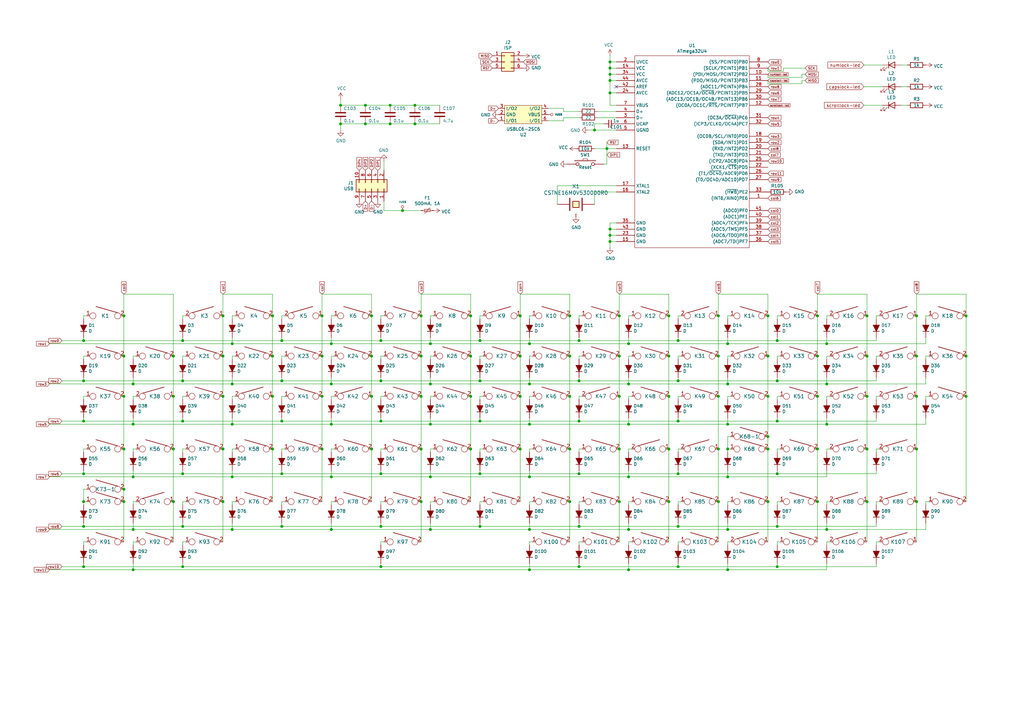
<source format=kicad_sch>
(kicad_sch (version 20200828) (generator eeschema)
  (page 1 1)
  (paper "A3")
  (junction (at 34.29 139.7) (diameter 1.016))
  (junction (at 34.29 156.21) (diameter 1.016))
  (junction (at 34.29 172.72) (diameter 1.016))
  (junction (at 34.29 194.31) (diameter 1.016))
  (junction (at 34.29 205.74) (diameter 1.016))
  (junction (at 34.29 215.9) (diameter 1.016))
  (junction (at 34.29 232.41) (diameter 1.016))
  (junction (at 50.8 129.54) (diameter 1.016))
  (junction (at 50.8 146.05) (diameter 1.016))
  (junction (at 50.8 162.56) (diameter 1.016))
  (junction (at 50.8 184.15) (diameter 1.016))
  (junction (at 50.8 200.66) (diameter 1.016))
  (junction (at 50.8 205.74) (diameter 1.016))
  (junction (at 54.61 157.48) (diameter 1.016))
  (junction (at 54.61 173.99) (diameter 1.016))
  (junction (at 54.61 195.58) (diameter 1.016))
  (junction (at 54.61 217.17) (diameter 1.016))
  (junction (at 54.61 233.68) (diameter 1.016))
  (junction (at 71.12 146.05) (diameter 1.016))
  (junction (at 71.12 162.56) (diameter 1.016))
  (junction (at 71.12 184.15) (diameter 1.016))
  (junction (at 71.12 205.74) (diameter 1.016))
  (junction (at 74.93 139.7) (diameter 1.016))
  (junction (at 74.93 156.21) (diameter 1.016))
  (junction (at 74.93 172.72) (diameter 1.016))
  (junction (at 74.93 194.31) (diameter 1.016))
  (junction (at 74.93 215.9) (diameter 1.016))
  (junction (at 74.93 232.41) (diameter 1.016))
  (junction (at 91.44 129.54) (diameter 1.016))
  (junction (at 91.44 146.05) (diameter 1.016))
  (junction (at 91.44 162.56) (diameter 1.016))
  (junction (at 91.44 184.15) (diameter 1.016))
  (junction (at 91.44 205.74) (diameter 1.016))
  (junction (at 95.25 140.97) (diameter 1.016))
  (junction (at 95.25 157.48) (diameter 1.016))
  (junction (at 95.25 173.99) (diameter 1.016))
  (junction (at 95.25 195.58) (diameter 1.016))
  (junction (at 95.25 217.17) (diameter 1.016))
  (junction (at 111.76 129.54) (diameter 1.016))
  (junction (at 111.76 146.05) (diameter 1.016))
  (junction (at 111.76 162.56) (diameter 1.016))
  (junction (at 111.76 184.15) (diameter 1.016))
  (junction (at 115.57 139.7) (diameter 1.016))
  (junction (at 115.57 156.21) (diameter 1.016))
  (junction (at 115.57 172.72) (diameter 1.016))
  (junction (at 115.57 194.31) (diameter 1.016))
  (junction (at 115.57 215.9) (diameter 1.016))
  (junction (at 132.08 129.54) (diameter 1.016))
  (junction (at 132.08 146.05) (diameter 1.016))
  (junction (at 132.08 162.56) (diameter 1.016))
  (junction (at 132.08 184.15) (diameter 1.016))
  (junction (at 135.89 140.97) (diameter 1.016))
  (junction (at 135.89 157.48) (diameter 1.016))
  (junction (at 135.89 173.99) (diameter 1.016))
  (junction (at 135.89 195.58) (diameter 1.016))
  (junction (at 135.89 217.17) (diameter 1.016))
  (junction (at 139.7 43.18) (diameter 1.016))
  (junction (at 139.7 50.8) (diameter 1.016))
  (junction (at 149.86 43.18) (diameter 1.016))
  (junction (at 149.86 50.8) (diameter 1.016))
  (junction (at 152.4 129.54) (diameter 1.016))
  (junction (at 152.4 146.05) (diameter 1.016))
  (junction (at 152.4 162.56) (diameter 1.016))
  (junction (at 152.4 184.15) (diameter 1.016))
  (junction (at 156.21 139.7) (diameter 1.016))
  (junction (at 156.21 156.21) (diameter 1.016))
  (junction (at 156.21 172.72) (diameter 1.016))
  (junction (at 156.21 194.31) (diameter 1.016))
  (junction (at 156.21 215.9) (diameter 1.016))
  (junction (at 156.21 232.41) (diameter 1.016))
  (junction (at 160.02 43.18) (diameter 1.016))
  (junction (at 160.02 50.8) (diameter 1.016))
  (junction (at 165.1 86.36) (diameter 1.016))
  (junction (at 170.18 43.18) (diameter 1.016))
  (junction (at 170.18 50.8) (diameter 1.016))
  (junction (at 172.72 129.54) (diameter 1.016))
  (junction (at 172.72 146.05) (diameter 1.016))
  (junction (at 172.72 162.56) (diameter 1.016))
  (junction (at 172.72 184.15) (diameter 1.016))
  (junction (at 172.72 205.74) (diameter 1.016))
  (junction (at 176.53 140.97) (diameter 1.016))
  (junction (at 176.53 157.48) (diameter 1.016))
  (junction (at 176.53 173.99) (diameter 1.016))
  (junction (at 176.53 195.58) (diameter 1.016))
  (junction (at 176.53 217.17) (diameter 1.016))
  (junction (at 193.04 129.54) (diameter 1.016))
  (junction (at 193.04 146.05) (diameter 1.016))
  (junction (at 193.04 162.56) (diameter 1.016))
  (junction (at 193.04 184.15) (diameter 1.016))
  (junction (at 196.85 139.7) (diameter 1.016))
  (junction (at 196.85 156.21) (diameter 1.016))
  (junction (at 196.85 172.72) (diameter 1.016))
  (junction (at 196.85 194.31) (diameter 1.016))
  (junction (at 196.85 215.9) (diameter 1.016))
  (junction (at 213.36 129.54) (diameter 1.016))
  (junction (at 213.36 146.05) (diameter 1.016))
  (junction (at 213.36 162.56) (diameter 1.016))
  (junction (at 213.36 184.15) (diameter 1.016))
  (junction (at 217.17 140.97) (diameter 1.016))
  (junction (at 217.17 157.48) (diameter 1.016))
  (junction (at 217.17 173.99) (diameter 1.016))
  (junction (at 217.17 195.58) (diameter 1.016))
  (junction (at 217.17 217.17) (diameter 1.016))
  (junction (at 217.17 233.68) (diameter 1.016))
  (junction (at 233.68 129.54) (diameter 1.016))
  (junction (at 233.68 146.05) (diameter 1.016))
  (junction (at 233.68 162.56) (diameter 1.016))
  (junction (at 233.68 184.15) (diameter 1.016))
  (junction (at 233.68 205.74) (diameter 1.016))
  (junction (at 237.49 139.7) (diameter 1.016))
  (junction (at 237.49 156.21) (diameter 1.016))
  (junction (at 237.49 172.72) (diameter 1.016))
  (junction (at 237.49 194.31) (diameter 1.016))
  (junction (at 237.49 215.9) (diameter 1.016))
  (junction (at 237.49 232.41) (diameter 1.016))
  (junction (at 243.84 53.34) (diameter 1.016))
  (junction (at 248.92 60.96) (diameter 1.016))
  (junction (at 250.19 25.4) (diameter 1.016))
  (junction (at 250.19 27.94) (diameter 1.016))
  (junction (at 250.19 30.48) (diameter 1.016))
  (junction (at 250.19 33.02) (diameter 1.016))
  (junction (at 250.19 38.1) (diameter 1.016))
  (junction (at 250.19 93.98) (diameter 1.016))
  (junction (at 250.19 96.52) (diameter 1.016))
  (junction (at 250.19 99.06) (diameter 1.016))
  (junction (at 254 129.54) (diameter 1.016))
  (junction (at 254 146.05) (diameter 1.016))
  (junction (at 254 162.56) (diameter 1.016))
  (junction (at 254 184.15) (diameter 1.016))
  (junction (at 254 205.74) (diameter 1.016))
  (junction (at 257.81 140.97) (diameter 1.016))
  (junction (at 257.81 157.48) (diameter 1.016))
  (junction (at 257.81 173.99) (diameter 1.016))
  (junction (at 257.81 195.58) (diameter 1.016))
  (junction (at 257.81 217.17) (diameter 1.016))
  (junction (at 257.81 233.68) (diameter 1.016))
  (junction (at 274.32 129.54) (diameter 1.016))
  (junction (at 274.32 146.05) (diameter 1.016))
  (junction (at 274.32 162.56) (diameter 1.016))
  (junction (at 274.32 184.15) (diameter 1.016))
  (junction (at 274.32 205.74) (diameter 1.016))
  (junction (at 278.13 139.7) (diameter 1.016))
  (junction (at 278.13 156.21) (diameter 1.016))
  (junction (at 278.13 172.72) (diameter 1.016))
  (junction (at 278.13 194.31) (diameter 1.016))
  (junction (at 278.13 215.9) (diameter 1.016))
  (junction (at 278.13 232.41) (diameter 1.016))
  (junction (at 294.64 129.54) (diameter 1.016))
  (junction (at 294.64 146.05) (diameter 1.016))
  (junction (at 294.64 162.56) (diameter 1.016))
  (junction (at 294.64 184.15) (diameter 1.016))
  (junction (at 294.64 205.74) (diameter 1.016))
  (junction (at 298.45 140.97) (diameter 1.016))
  (junction (at 298.45 157.48) (diameter 1.016))
  (junction (at 298.45 173.99) (diameter 1.016))
  (junction (at 298.45 184.15) (diameter 1.016))
  (junction (at 298.45 195.58) (diameter 1.016))
  (junction (at 298.45 217.17) (diameter 1.016))
  (junction (at 298.45 233.68) (diameter 1.016))
  (junction (at 314.96 129.54) (diameter 1.016))
  (junction (at 314.96 146.05) (diameter 1.016))
  (junction (at 314.96 162.56) (diameter 1.016))
  (junction (at 314.96 179.07) (diameter 1.016))
  (junction (at 314.96 184.15) (diameter 1.016))
  (junction (at 314.96 205.74) (diameter 1.016))
  (junction (at 318.77 139.7) (diameter 1.016))
  (junction (at 318.77 156.21) (diameter 1.016))
  (junction (at 318.77 172.72) (diameter 1.016))
  (junction (at 318.77 194.31) (diameter 1.016))
  (junction (at 318.77 215.9) (diameter 1.016))
  (junction (at 318.77 232.41) (diameter 1.016))
  (junction (at 335.28 129.54) (diameter 1.016))
  (junction (at 335.28 146.05) (diameter 1.016))
  (junction (at 335.28 162.56) (diameter 1.016))
  (junction (at 335.28 184.15) (diameter 1.016))
  (junction (at 335.28 205.74) (diameter 1.016))
  (junction (at 339.09 140.97) (diameter 1.016))
  (junction (at 339.09 157.48) (diameter 1.016))
  (junction (at 339.09 173.99) (diameter 1.016))
  (junction (at 339.09 217.17) (diameter 1.016))
  (junction (at 355.6 129.54) (diameter 1.016))
  (junction (at 355.6 146.05) (diameter 1.016))
  (junction (at 355.6 162.56) (diameter 1.016))
  (junction (at 355.6 184.15) (diameter 1.016))
  (junction (at 355.6 205.74) (diameter 1.016))
  (junction (at 375.92 129.54) (diameter 1.016))
  (junction (at 375.92 146.05) (diameter 1.016))
  (junction (at 375.92 162.56) (diameter 1.016))
  (junction (at 375.92 184.15) (diameter 1.016))
  (junction (at 375.92 205.74) (diameter 1.016))
  (junction (at 396.24 129.54) (diameter 1.016))
  (junction (at 396.24 146.05) (diameter 1.016))
  (junction (at 396.24 162.56) (diameter 1.016))
  (no_connect (at 252.73 35.56))
  (wire (pts (xy 20.32 140.97) (xy 95.25 140.97)))
  (wire (pts (xy 20.32 157.48) (xy 54.61 157.48)))
  (wire (pts (xy 20.32 173.99) (xy 54.61 173.99)))
  (wire (pts (xy 20.32 195.58) (xy 54.61 195.58)))
  (wire (pts (xy 20.32 217.17) (xy 54.61 217.17)))
  (wire (pts (xy 20.32 233.68) (xy 54.61 233.68)))
  (wire (pts (xy 25.4 139.7) (xy 34.29 139.7)))
  (wire (pts (xy 25.4 156.21) (xy 34.29 156.21)))
  (wire (pts (xy 25.4 172.72) (xy 34.29 172.72)))
  (wire (pts (xy 25.4 194.31) (xy 34.29 194.31)))
  (wire (pts (xy 25.4 215.9) (xy 34.29 215.9)))
  (wire (pts (xy 25.4 232.41) (xy 34.29 232.41)))
  (wire (pts (xy 34.29 129.54) (xy 34.29 130.81)))
  (wire (pts (xy 34.29 139.7) (xy 34.29 138.43)))
  (wire (pts (xy 34.29 139.7) (xy 74.93 139.7)))
  (wire (pts (xy 34.29 146.05) (xy 34.29 147.32)))
  (wire (pts (xy 34.29 156.21) (xy 34.29 154.94)))
  (wire (pts (xy 34.29 156.21) (xy 74.93 156.21)))
  (wire (pts (xy 34.29 162.56) (xy 34.29 163.83)))
  (wire (pts (xy 34.29 172.72) (xy 34.29 171.45)))
  (wire (pts (xy 34.29 172.72) (xy 74.93 172.72)))
  (wire (pts (xy 34.29 184.15) (xy 34.29 185.42)))
  (wire (pts (xy 34.29 194.31) (xy 34.29 193.04)))
  (wire (pts (xy 34.29 194.31) (xy 74.93 194.31)))
  (wire (pts (xy 34.29 200.66) (xy 34.29 205.74)))
  (wire (pts (xy 34.29 205.74) (xy 34.29 207.01)))
  (wire (pts (xy 34.29 215.9) (xy 34.29 214.63)))
  (wire (pts (xy 34.29 215.9) (xy 74.93 215.9)))
  (wire (pts (xy 34.29 222.25) (xy 34.29 223.52)))
  (wire (pts (xy 34.29 232.41) (xy 34.29 231.14)))
  (wire (pts (xy 34.29 232.41) (xy 74.93 232.41)))
  (wire (pts (xy 35.56 129.54) (xy 34.29 129.54)))
  (wire (pts (xy 35.56 146.05) (xy 34.29 146.05)))
  (wire (pts (xy 35.56 162.56) (xy 34.29 162.56)))
  (wire (pts (xy 35.56 184.15) (xy 34.29 184.15)))
  (wire (pts (xy 35.56 200.66) (xy 34.29 200.66)))
  (wire (pts (xy 35.56 205.74) (xy 34.29 205.74)))
  (wire (pts (xy 35.56 222.25) (xy 34.29 222.25)))
  (wire (pts (xy 50.8 120.65) (xy 71.12 120.65)))
  (wire (pts (xy 50.8 129.54) (xy 50.8 120.65)))
  (wire (pts (xy 50.8 129.54) (xy 50.8 146.05)))
  (wire (pts (xy 50.8 146.05) (xy 50.8 162.56)))
  (wire (pts (xy 50.8 162.56) (xy 50.8 184.15)))
  (wire (pts (xy 50.8 184.15) (xy 50.8 200.66)))
  (wire (pts (xy 50.8 200.66) (xy 50.8 205.74)))
  (wire (pts (xy 50.8 205.74) (xy 50.8 222.25)))
  (wire (pts (xy 54.61 146.05) (xy 54.61 147.32)))
  (wire (pts (xy 54.61 157.48) (xy 54.61 154.94)))
  (wire (pts (xy 54.61 157.48) (xy 95.25 157.48)))
  (wire (pts (xy 54.61 162.56) (xy 54.61 163.83)))
  (wire (pts (xy 54.61 173.99) (xy 54.61 171.45)))
  (wire (pts (xy 54.61 173.99) (xy 95.25 173.99)))
  (wire (pts (xy 54.61 184.15) (xy 54.61 185.42)))
  (wire (pts (xy 54.61 195.58) (xy 54.61 193.04)))
  (wire (pts (xy 54.61 195.58) (xy 95.25 195.58)))
  (wire (pts (xy 54.61 205.74) (xy 54.61 207.01)))
  (wire (pts (xy 54.61 217.17) (xy 54.61 214.63)))
  (wire (pts (xy 54.61 217.17) (xy 95.25 217.17)))
  (wire (pts (xy 54.61 222.25) (xy 54.61 223.52)))
  (wire (pts (xy 54.61 233.68) (xy 54.61 231.14)))
  (wire (pts (xy 54.61 233.68) (xy 217.17 233.68)))
  (wire (pts (xy 55.88 146.05) (xy 54.61 146.05)))
  (wire (pts (xy 55.88 162.56) (xy 54.61 162.56)))
  (wire (pts (xy 55.88 184.15) (xy 54.61 184.15)))
  (wire (pts (xy 55.88 205.74) (xy 54.61 205.74)))
  (wire (pts (xy 55.88 222.25) (xy 54.61 222.25)))
  (wire (pts (xy 71.12 120.65) (xy 71.12 146.05)))
  (wire (pts (xy 71.12 146.05) (xy 71.12 162.56)))
  (wire (pts (xy 71.12 162.56) (xy 71.12 184.15)))
  (wire (pts (xy 71.12 184.15) (xy 71.12 205.74)))
  (wire (pts (xy 71.12 205.74) (xy 71.12 222.25)))
  (wire (pts (xy 74.93 129.54) (xy 74.93 130.81)))
  (wire (pts (xy 74.93 139.7) (xy 74.93 138.43)))
  (wire (pts (xy 74.93 139.7) (xy 115.57 139.7)))
  (wire (pts (xy 74.93 146.05) (xy 74.93 147.32)))
  (wire (pts (xy 74.93 156.21) (xy 74.93 154.94)))
  (wire (pts (xy 74.93 156.21) (xy 115.57 156.21)))
  (wire (pts (xy 74.93 162.56) (xy 74.93 163.83)))
  (wire (pts (xy 74.93 172.72) (xy 74.93 171.45)))
  (wire (pts (xy 74.93 172.72) (xy 115.57 172.72)))
  (wire (pts (xy 74.93 184.15) (xy 74.93 185.42)))
  (wire (pts (xy 74.93 194.31) (xy 74.93 193.04)))
  (wire (pts (xy 74.93 194.31) (xy 115.57 194.31)))
  (wire (pts (xy 74.93 205.74) (xy 74.93 207.01)))
  (wire (pts (xy 74.93 215.9) (xy 74.93 214.63)))
  (wire (pts (xy 74.93 215.9) (xy 115.57 215.9)))
  (wire (pts (xy 74.93 222.25) (xy 74.93 223.52)))
  (wire (pts (xy 74.93 232.41) (xy 74.93 231.14)))
  (wire (pts (xy 74.93 232.41) (xy 156.21 232.41)))
  (wire (pts (xy 76.2 129.54) (xy 74.93 129.54)))
  (wire (pts (xy 76.2 146.05) (xy 74.93 146.05)))
  (wire (pts (xy 76.2 162.56) (xy 74.93 162.56)))
  (wire (pts (xy 76.2 184.15) (xy 74.93 184.15)))
  (wire (pts (xy 76.2 205.74) (xy 74.93 205.74)))
  (wire (pts (xy 76.2 222.25) (xy 74.93 222.25)))
  (wire (pts (xy 91.44 120.65) (xy 91.44 129.54)))
  (wire (pts (xy 91.44 120.65) (xy 111.76 120.65)))
  (wire (pts (xy 91.44 146.05) (xy 91.44 129.54)))
  (wire (pts (xy 91.44 162.56) (xy 91.44 146.05)))
  (wire (pts (xy 91.44 184.15) (xy 91.44 162.56)))
  (wire (pts (xy 91.44 205.74) (xy 91.44 184.15)))
  (wire (pts (xy 91.44 222.25) (xy 91.44 205.74)))
  (wire (pts (xy 95.25 129.54) (xy 95.25 130.81)))
  (wire (pts (xy 95.25 140.97) (xy 95.25 138.43)))
  (wire (pts (xy 95.25 140.97) (xy 135.89 140.97)))
  (wire (pts (xy 95.25 146.05) (xy 95.25 147.32)))
  (wire (pts (xy 95.25 157.48) (xy 95.25 154.94)))
  (wire (pts (xy 95.25 157.48) (xy 135.89 157.48)))
  (wire (pts (xy 95.25 162.56) (xy 95.25 163.83)))
  (wire (pts (xy 95.25 173.99) (xy 95.25 171.45)))
  (wire (pts (xy 95.25 173.99) (xy 135.89 173.99)))
  (wire (pts (xy 95.25 184.15) (xy 95.25 185.42)))
  (wire (pts (xy 95.25 195.58) (xy 95.25 193.04)))
  (wire (pts (xy 95.25 195.58) (xy 135.89 195.58)))
  (wire (pts (xy 95.25 205.74) (xy 95.25 207.01)))
  (wire (pts (xy 95.25 217.17) (xy 95.25 214.63)))
  (wire (pts (xy 95.25 217.17) (xy 135.89 217.17)))
  (wire (pts (xy 96.52 129.54) (xy 95.25 129.54)))
  (wire (pts (xy 96.52 146.05) (xy 95.25 146.05)))
  (wire (pts (xy 96.52 162.56) (xy 95.25 162.56)))
  (wire (pts (xy 96.52 184.15) (xy 95.25 184.15)))
  (wire (pts (xy 96.52 205.74) (xy 95.25 205.74)))
  (wire (pts (xy 111.76 120.65) (xy 111.76 129.54)))
  (wire (pts (xy 111.76 129.54) (xy 111.76 146.05)))
  (wire (pts (xy 111.76 146.05) (xy 111.76 162.56)))
  (wire (pts (xy 111.76 162.56) (xy 111.76 184.15)))
  (wire (pts (xy 111.76 184.15) (xy 111.76 205.74)))
  (wire (pts (xy 115.57 129.54) (xy 115.57 130.81)))
  (wire (pts (xy 115.57 139.7) (xy 115.57 138.43)))
  (wire (pts (xy 115.57 139.7) (xy 156.21 139.7)))
  (wire (pts (xy 115.57 146.05) (xy 115.57 147.32)))
  (wire (pts (xy 115.57 156.21) (xy 115.57 154.94)))
  (wire (pts (xy 115.57 156.21) (xy 156.21 156.21)))
  (wire (pts (xy 115.57 162.56) (xy 115.57 163.83)))
  (wire (pts (xy 115.57 172.72) (xy 115.57 171.45)))
  (wire (pts (xy 115.57 172.72) (xy 156.21 172.72)))
  (wire (pts (xy 115.57 184.15) (xy 115.57 185.42)))
  (wire (pts (xy 115.57 194.31) (xy 115.57 193.04)))
  (wire (pts (xy 115.57 194.31) (xy 156.21 194.31)))
  (wire (pts (xy 115.57 205.74) (xy 115.57 207.01)))
  (wire (pts (xy 115.57 215.9) (xy 115.57 214.63)))
  (wire (pts (xy 115.57 215.9) (xy 156.21 215.9)))
  (wire (pts (xy 116.84 129.54) (xy 115.57 129.54)))
  (wire (pts (xy 116.84 146.05) (xy 115.57 146.05)))
  (wire (pts (xy 116.84 162.56) (xy 115.57 162.56)))
  (wire (pts (xy 116.84 184.15) (xy 115.57 184.15)))
  (wire (pts (xy 116.84 205.74) (xy 115.57 205.74)))
  (wire (pts (xy 132.08 120.65) (xy 132.08 129.54)))
  (wire (pts (xy 132.08 120.65) (xy 152.4 120.65)))
  (wire (pts (xy 132.08 146.05) (xy 132.08 129.54)))
  (wire (pts (xy 132.08 162.56) (xy 132.08 146.05)))
  (wire (pts (xy 132.08 184.15) (xy 132.08 162.56)))
  (wire (pts (xy 132.08 205.74) (xy 132.08 184.15)))
  (wire (pts (xy 135.89 129.54) (xy 135.89 130.81)))
  (wire (pts (xy 135.89 140.97) (xy 135.89 138.43)))
  (wire (pts (xy 135.89 140.97) (xy 176.53 140.97)))
  (wire (pts (xy 135.89 146.05) (xy 135.89 147.32)))
  (wire (pts (xy 135.89 157.48) (xy 135.89 154.94)))
  (wire (pts (xy 135.89 157.48) (xy 176.53 157.48)))
  (wire (pts (xy 135.89 162.56) (xy 135.89 163.83)))
  (wire (pts (xy 135.89 173.99) (xy 135.89 171.45)))
  (wire (pts (xy 135.89 173.99) (xy 176.53 173.99)))
  (wire (pts (xy 135.89 184.15) (xy 135.89 185.42)))
  (wire (pts (xy 135.89 195.58) (xy 135.89 193.04)))
  (wire (pts (xy 135.89 195.58) (xy 176.53 195.58)))
  (wire (pts (xy 135.89 205.74) (xy 135.89 207.01)))
  (wire (pts (xy 135.89 217.17) (xy 135.89 214.63)))
  (wire (pts (xy 135.89 217.17) (xy 176.53 217.17)))
  (wire (pts (xy 137.16 129.54) (xy 135.89 129.54)))
  (wire (pts (xy 137.16 146.05) (xy 135.89 146.05)))
  (wire (pts (xy 137.16 162.56) (xy 135.89 162.56)))
  (wire (pts (xy 137.16 184.15) (xy 135.89 184.15)))
  (wire (pts (xy 137.16 205.74) (xy 135.89 205.74)))
  (wire (pts (xy 139.7 40.64) (xy 139.7 43.18)))
  (wire (pts (xy 139.7 43.18) (xy 149.86 43.18)))
  (wire (pts (xy 139.7 50.8) (xy 139.7 53.34)))
  (wire (pts (xy 149.86 43.18) (xy 160.02 43.18)))
  (wire (pts (xy 149.86 50.8) (xy 139.7 50.8)))
  (wire (pts (xy 152.4 120.65) (xy 152.4 129.54)))
  (wire (pts (xy 152.4 129.54) (xy 152.4 146.05)))
  (wire (pts (xy 152.4 146.05) (xy 152.4 162.56)))
  (wire (pts (xy 152.4 162.56) (xy 152.4 184.15)))
  (wire (pts (xy 152.4 184.15) (xy 152.4 205.74)))
  (wire (pts (xy 156.21 129.54) (xy 156.21 130.81)))
  (wire (pts (xy 156.21 139.7) (xy 156.21 138.43)))
  (wire (pts (xy 156.21 139.7) (xy 196.85 139.7)))
  (wire (pts (xy 156.21 146.05) (xy 156.21 147.32)))
  (wire (pts (xy 156.21 156.21) (xy 156.21 154.94)))
  (wire (pts (xy 156.21 156.21) (xy 196.85 156.21)))
  (wire (pts (xy 156.21 162.56) (xy 156.21 163.83)))
  (wire (pts (xy 156.21 172.72) (xy 156.21 171.45)))
  (wire (pts (xy 156.21 172.72) (xy 196.85 172.72)))
  (wire (pts (xy 156.21 184.15) (xy 156.21 185.42)))
  (wire (pts (xy 156.21 194.31) (xy 156.21 193.04)))
  (wire (pts (xy 156.21 194.31) (xy 196.85 194.31)))
  (wire (pts (xy 156.21 205.74) (xy 156.21 207.01)))
  (wire (pts (xy 156.21 215.9) (xy 156.21 214.63)))
  (wire (pts (xy 156.21 215.9) (xy 196.85 215.9)))
  (wire (pts (xy 156.21 222.25) (xy 156.21 223.52)))
  (wire (pts (xy 156.21 232.41) (xy 156.21 231.14)))
  (wire (pts (xy 156.21 232.41) (xy 237.49 232.41)))
  (wire (pts (xy 157.48 66.04) (xy 157.48 69.85)))
  (wire (pts (xy 157.48 82.55) (xy 157.48 86.36)))
  (wire (pts (xy 157.48 86.36) (xy 165.1 86.36)))
  (wire (pts (xy 157.48 129.54) (xy 156.21 129.54)))
  (wire (pts (xy 157.48 146.05) (xy 156.21 146.05)))
  (wire (pts (xy 157.48 162.56) (xy 156.21 162.56)))
  (wire (pts (xy 157.48 184.15) (xy 156.21 184.15)))
  (wire (pts (xy 157.48 205.74) (xy 156.21 205.74)))
  (wire (pts (xy 157.48 222.25) (xy 156.21 222.25)))
  (wire (pts (xy 160.02 43.18) (xy 170.18 43.18)))
  (wire (pts (xy 160.02 50.8) (xy 149.86 50.8)))
  (wire (pts (xy 165.1 86.36) (xy 172.72 86.36)))
  (wire (pts (xy 170.18 43.18) (xy 180.34 43.18)))
  (wire (pts (xy 170.18 50.8) (xy 160.02 50.8)))
  (wire (pts (xy 172.72 120.65) (xy 172.72 129.54)))
  (wire (pts (xy 172.72 120.65) (xy 193.04 120.65)))
  (wire (pts (xy 172.72 146.05) (xy 172.72 129.54)))
  (wire (pts (xy 172.72 162.56) (xy 172.72 146.05)))
  (wire (pts (xy 172.72 184.15) (xy 172.72 162.56)))
  (wire (pts (xy 172.72 205.74) (xy 172.72 184.15)))
  (wire (pts (xy 172.72 222.25) (xy 172.72 205.74)))
  (wire (pts (xy 176.53 129.54) (xy 176.53 130.81)))
  (wire (pts (xy 176.53 140.97) (xy 176.53 138.43)))
  (wire (pts (xy 176.53 140.97) (xy 217.17 140.97)))
  (wire (pts (xy 176.53 146.05) (xy 176.53 147.32)))
  (wire (pts (xy 176.53 157.48) (xy 176.53 154.94)))
  (wire (pts (xy 176.53 157.48) (xy 217.17 157.48)))
  (wire (pts (xy 176.53 162.56) (xy 176.53 163.83)))
  (wire (pts (xy 176.53 173.99) (xy 176.53 171.45)))
  (wire (pts (xy 176.53 173.99) (xy 217.17 173.99)))
  (wire (pts (xy 176.53 184.15) (xy 176.53 185.42)))
  (wire (pts (xy 176.53 195.58) (xy 176.53 193.04)))
  (wire (pts (xy 176.53 195.58) (xy 217.17 195.58)))
  (wire (pts (xy 176.53 205.74) (xy 176.53 207.01)))
  (wire (pts (xy 176.53 217.17) (xy 176.53 214.63)))
  (wire (pts (xy 176.53 217.17) (xy 217.17 217.17)))
  (wire (pts (xy 177.8 129.54) (xy 176.53 129.54)))
  (wire (pts (xy 177.8 146.05) (xy 176.53 146.05)))
  (wire (pts (xy 177.8 162.56) (xy 176.53 162.56)))
  (wire (pts (xy 177.8 184.15) (xy 176.53 184.15)))
  (wire (pts (xy 177.8 205.74) (xy 176.53 205.74)))
  (wire (pts (xy 180.34 50.8) (xy 170.18 50.8)))
  (wire (pts (xy 193.04 120.65) (xy 193.04 129.54)))
  (wire (pts (xy 193.04 129.54) (xy 193.04 146.05)))
  (wire (pts (xy 193.04 146.05) (xy 193.04 162.56)))
  (wire (pts (xy 193.04 162.56) (xy 193.04 184.15)))
  (wire (pts (xy 193.04 184.15) (xy 193.04 205.74)))
  (wire (pts (xy 196.85 129.54) (xy 196.85 130.81)))
  (wire (pts (xy 196.85 139.7) (xy 196.85 138.43)))
  (wire (pts (xy 196.85 139.7) (xy 237.49 139.7)))
  (wire (pts (xy 196.85 146.05) (xy 196.85 147.32)))
  (wire (pts (xy 196.85 156.21) (xy 196.85 154.94)))
  (wire (pts (xy 196.85 156.21) (xy 237.49 156.21)))
  (wire (pts (xy 196.85 162.56) (xy 196.85 163.83)))
  (wire (pts (xy 196.85 172.72) (xy 196.85 171.45)))
  (wire (pts (xy 196.85 172.72) (xy 237.49 172.72)))
  (wire (pts (xy 196.85 184.15) (xy 196.85 185.42)))
  (wire (pts (xy 196.85 194.31) (xy 196.85 193.04)))
  (wire (pts (xy 196.85 194.31) (xy 237.49 194.31)))
  (wire (pts (xy 196.85 205.74) (xy 196.85 207.01)))
  (wire (pts (xy 196.85 215.9) (xy 196.85 214.63)))
  (wire (pts (xy 196.85 215.9) (xy 237.49 215.9)))
  (wire (pts (xy 198.12 129.54) (xy 196.85 129.54)))
  (wire (pts (xy 198.12 146.05) (xy 196.85 146.05)))
  (wire (pts (xy 198.12 162.56) (xy 196.85 162.56)))
  (wire (pts (xy 198.12 184.15) (xy 196.85 184.15)))
  (wire (pts (xy 198.12 205.74) (xy 196.85 205.74)))
  (wire (pts (xy 213.36 120.65) (xy 213.36 129.54)))
  (wire (pts (xy 213.36 120.65) (xy 233.68 120.65)))
  (wire (pts (xy 213.36 146.05) (xy 213.36 129.54)))
  (wire (pts (xy 213.36 162.56) (xy 213.36 146.05)))
  (wire (pts (xy 213.36 184.15) (xy 213.36 162.56)))
  (wire (pts (xy 213.36 205.74) (xy 213.36 184.15)))
  (wire (pts (xy 217.17 129.54) (xy 217.17 130.81)))
  (wire (pts (xy 217.17 140.97) (xy 217.17 138.43)))
  (wire (pts (xy 217.17 140.97) (xy 257.81 140.97)))
  (wire (pts (xy 217.17 146.05) (xy 217.17 147.32)))
  (wire (pts (xy 217.17 157.48) (xy 217.17 154.94)))
  (wire (pts (xy 217.17 157.48) (xy 257.81 157.48)))
  (wire (pts (xy 217.17 162.56) (xy 217.17 163.83)))
  (wire (pts (xy 217.17 173.99) (xy 217.17 171.45)))
  (wire (pts (xy 217.17 173.99) (xy 257.81 173.99)))
  (wire (pts (xy 217.17 184.15) (xy 217.17 185.42)))
  (wire (pts (xy 217.17 195.58) (xy 217.17 193.04)))
  (wire (pts (xy 217.17 195.58) (xy 257.81 195.58)))
  (wire (pts (xy 217.17 205.74) (xy 217.17 207.01)))
  (wire (pts (xy 217.17 217.17) (xy 217.17 214.63)))
  (wire (pts (xy 217.17 217.17) (xy 257.81 217.17)))
  (wire (pts (xy 217.17 222.25) (xy 217.17 223.52)))
  (wire (pts (xy 217.17 233.68) (xy 217.17 231.14)))
  (wire (pts (xy 217.17 233.68) (xy 257.81 233.68)))
  (wire (pts (xy 218.44 129.54) (xy 217.17 129.54)))
  (wire (pts (xy 218.44 146.05) (xy 217.17 146.05)))
  (wire (pts (xy 218.44 162.56) (xy 217.17 162.56)))
  (wire (pts (xy 218.44 184.15) (xy 217.17 184.15)))
  (wire (pts (xy 218.44 205.74) (xy 217.17 205.74)))
  (wire (pts (xy 218.44 222.25) (xy 217.17 222.25)))
  (wire (pts (xy 224.79 49.53) (xy 231.14 49.53)))
  (wire (pts (xy 228.6 76.2) (xy 228.6 83.82)))
  (wire (pts (xy 231.14 44.45) (xy 224.79 44.45)))
  (wire (pts (xy 231.14 45.72) (xy 231.14 44.45)))
  (wire (pts (xy 231.14 48.26) (xy 237.49 48.26)))
  (wire (pts (xy 231.14 49.53) (xy 231.14 48.26)))
  (wire (pts (xy 233.68 120.65) (xy 233.68 129.54)))
  (wire (pts (xy 233.68 129.54) (xy 233.68 146.05)))
  (wire (pts (xy 233.68 146.05) (xy 233.68 162.56)))
  (wire (pts (xy 233.68 162.56) (xy 233.68 184.15)))
  (wire (pts (xy 233.68 184.15) (xy 233.68 205.74)))
  (wire (pts (xy 233.68 205.74) (xy 233.68 222.25)))
  (wire (pts (xy 237.49 45.72) (xy 231.14 45.72)))
  (wire (pts (xy 237.49 129.54) (xy 237.49 130.81)))
  (wire (pts (xy 237.49 139.7) (xy 237.49 138.43)))
  (wire (pts (xy 237.49 139.7) (xy 278.13 139.7)))
  (wire (pts (xy 237.49 146.05) (xy 237.49 147.32)))
  (wire (pts (xy 237.49 156.21) (xy 237.49 154.94)))
  (wire (pts (xy 237.49 156.21) (xy 278.13 156.21)))
  (wire (pts (xy 237.49 162.56) (xy 237.49 163.83)))
  (wire (pts (xy 237.49 172.72) (xy 237.49 171.45)))
  (wire (pts (xy 237.49 172.72) (xy 278.13 172.72)))
  (wire (pts (xy 237.49 184.15) (xy 237.49 185.42)))
  (wire (pts (xy 237.49 194.31) (xy 237.49 193.04)))
  (wire (pts (xy 237.49 194.31) (xy 278.13 194.31)))
  (wire (pts (xy 237.49 205.74) (xy 237.49 207.01)))
  (wire (pts (xy 237.49 215.9) (xy 237.49 214.63)))
  (wire (pts (xy 237.49 215.9) (xy 278.13 215.9)))
  (wire (pts (xy 237.49 222.25) (xy 237.49 223.52)))
  (wire (pts (xy 237.49 232.41) (xy 237.49 231.14)))
  (wire (pts (xy 237.49 232.41) (xy 278.13 232.41)))
  (wire (pts (xy 238.76 129.54) (xy 237.49 129.54)))
  (wire (pts (xy 238.76 146.05) (xy 237.49 146.05)))
  (wire (pts (xy 238.76 162.56) (xy 237.49 162.56)))
  (wire (pts (xy 238.76 184.15) (xy 237.49 184.15)))
  (wire (pts (xy 238.76 205.74) (xy 237.49 205.74)))
  (wire (pts (xy 238.76 222.25) (xy 237.49 222.25)))
  (wire (pts (xy 243.84 50.8) (xy 243.84 53.34)))
  (wire (pts (xy 243.84 53.34) (xy 241.3 53.34)))
  (wire (pts (xy 243.84 53.34) (xy 252.73 53.34)))
  (wire (pts (xy 243.84 78.74) (xy 243.84 83.82)))
  (wire (pts (xy 245.11 45.72) (xy 252.73 45.72)))
  (wire (pts (xy 247.65 50.8) (xy 243.84 50.8)))
  (wire (pts (xy 247.65 67.31) (xy 248.92 67.31)))
  (wire (pts (xy 248.92 60.96) (xy 243.84 60.96)))
  (wire (pts (xy 248.92 60.96) (xy 248.92 58.42)))
  (wire (pts (xy 248.92 67.31) (xy 248.92 60.96)))
  (wire (pts (xy 250.19 25.4) (xy 250.19 22.86)))
  (wire (pts (xy 250.19 25.4) (xy 252.73 25.4)))
  (wire (pts (xy 250.19 27.94) (xy 250.19 25.4)))
  (wire (pts (xy 250.19 30.48) (xy 250.19 27.94)))
  (wire (pts (xy 250.19 33.02) (xy 250.19 30.48)))
  (wire (pts (xy 250.19 38.1) (xy 250.19 33.02)))
  (wire (pts (xy 250.19 43.18) (xy 250.19 38.1)))
  (wire (pts (xy 250.19 91.44) (xy 250.19 93.98)))
  (wire (pts (xy 250.19 93.98) (xy 250.19 96.52)))
  (wire (pts (xy 250.19 96.52) (xy 250.19 99.06)))
  (wire (pts (xy 250.19 99.06) (xy 250.19 101.6)))
  (wire (pts (xy 252.73 27.94) (xy 250.19 27.94)))
  (wire (pts (xy 252.73 30.48) (xy 250.19 30.48)))
  (wire (pts (xy 252.73 33.02) (xy 250.19 33.02)))
  (wire (pts (xy 252.73 38.1) (xy 250.19 38.1)))
  (wire (pts (xy 252.73 43.18) (xy 250.19 43.18)))
  (wire (pts (xy 252.73 48.26) (xy 245.11 48.26)))
  (wire (pts (xy 252.73 60.96) (xy 248.92 60.96)))
  (wire (pts (xy 252.73 76.2) (xy 228.6 76.2)))
  (wire (pts (xy 252.73 78.74) (xy 243.84 78.74)))
  (wire (pts (xy 252.73 91.44) (xy 250.19 91.44)))
  (wire (pts (xy 252.73 93.98) (xy 250.19 93.98)))
  (wire (pts (xy 252.73 96.52) (xy 250.19 96.52)))
  (wire (pts (xy 252.73 99.06) (xy 250.19 99.06)))
  (wire (pts (xy 254 120.65) (xy 254 129.54)))
  (wire (pts (xy 254 120.65) (xy 274.32 120.65)))
  (wire (pts (xy 254 146.05) (xy 254 129.54)))
  (wire (pts (xy 254 162.56) (xy 254 146.05)))
  (wire (pts (xy 254 184.15) (xy 254 162.56)))
  (wire (pts (xy 254 205.74) (xy 254 184.15)))
  (wire (pts (xy 254 222.25) (xy 254 205.74)))
  (wire (pts (xy 257.81 129.54) (xy 257.81 130.81)))
  (wire (pts (xy 257.81 140.97) (xy 257.81 138.43)))
  (wire (pts (xy 257.81 140.97) (xy 298.45 140.97)))
  (wire (pts (xy 257.81 146.05) (xy 257.81 147.32)))
  (wire (pts (xy 257.81 157.48) (xy 257.81 154.94)))
  (wire (pts (xy 257.81 157.48) (xy 298.45 157.48)))
  (wire (pts (xy 257.81 162.56) (xy 257.81 163.83)))
  (wire (pts (xy 257.81 173.99) (xy 257.81 171.45)))
  (wire (pts (xy 257.81 173.99) (xy 298.45 173.99)))
  (wire (pts (xy 257.81 184.15) (xy 257.81 185.42)))
  (wire (pts (xy 257.81 195.58) (xy 257.81 193.04)))
  (wire (pts (xy 257.81 195.58) (xy 298.45 195.58)))
  (wire (pts (xy 257.81 205.74) (xy 257.81 207.01)))
  (wire (pts (xy 257.81 217.17) (xy 257.81 214.63)))
  (wire (pts (xy 257.81 217.17) (xy 298.45 217.17)))
  (wire (pts (xy 257.81 222.25) (xy 257.81 223.52)))
  (wire (pts (xy 257.81 233.68) (xy 257.81 231.14)))
  (wire (pts (xy 257.81 233.68) (xy 298.45 233.68)))
  (wire (pts (xy 259.08 129.54) (xy 257.81 129.54)))
  (wire (pts (xy 259.08 146.05) (xy 257.81 146.05)))
  (wire (pts (xy 259.08 162.56) (xy 257.81 162.56)))
  (wire (pts (xy 259.08 184.15) (xy 257.81 184.15)))
  (wire (pts (xy 259.08 205.74) (xy 257.81 205.74)))
  (wire (pts (xy 259.08 222.25) (xy 257.81 222.25)))
  (wire (pts (xy 274.32 120.65) (xy 274.32 129.54)))
  (wire (pts (xy 274.32 129.54) (xy 274.32 146.05)))
  (wire (pts (xy 274.32 146.05) (xy 274.32 162.56)))
  (wire (pts (xy 274.32 162.56) (xy 274.32 184.15)))
  (wire (pts (xy 274.32 184.15) (xy 274.32 205.74)))
  (wire (pts (xy 274.32 205.74) (xy 274.32 222.25)))
  (wire (pts (xy 278.13 129.54) (xy 278.13 130.81)))
  (wire (pts (xy 278.13 139.7) (xy 278.13 138.43)))
  (wire (pts (xy 278.13 139.7) (xy 318.77 139.7)))
  (wire (pts (xy 278.13 146.05) (xy 278.13 147.32)))
  (wire (pts (xy 278.13 156.21) (xy 278.13 154.94)))
  (wire (pts (xy 278.13 156.21) (xy 318.77 156.21)))
  (wire (pts (xy 278.13 162.56) (xy 278.13 163.83)))
  (wire (pts (xy 278.13 172.72) (xy 278.13 171.45)))
  (wire (pts (xy 278.13 172.72) (xy 318.77 172.72)))
  (wire (pts (xy 278.13 184.15) (xy 278.13 185.42)))
  (wire (pts (xy 278.13 194.31) (xy 278.13 193.04)))
  (wire (pts (xy 278.13 194.31) (xy 318.77 194.31)))
  (wire (pts (xy 278.13 205.74) (xy 278.13 207.01)))
  (wire (pts (xy 278.13 215.9) (xy 278.13 214.63)))
  (wire (pts (xy 278.13 215.9) (xy 318.77 215.9)))
  (wire (pts (xy 278.13 222.25) (xy 278.13 223.52)))
  (wire (pts (xy 278.13 232.41) (xy 278.13 231.14)))
  (wire (pts (xy 278.13 232.41) (xy 318.77 232.41)))
  (wire (pts (xy 279.4 129.54) (xy 278.13 129.54)))
  (wire (pts (xy 279.4 146.05) (xy 278.13 146.05)))
  (wire (pts (xy 279.4 162.56) (xy 278.13 162.56)))
  (wire (pts (xy 279.4 184.15) (xy 278.13 184.15)))
  (wire (pts (xy 279.4 205.74) (xy 278.13 205.74)))
  (wire (pts (xy 279.4 222.25) (xy 278.13 222.25)))
  (wire (pts (xy 294.64 120.65) (xy 314.96 120.65)))
  (wire (pts (xy 294.64 129.54) (xy 294.64 120.65)))
  (wire (pts (xy 294.64 146.05) (xy 294.64 129.54)))
  (wire (pts (xy 294.64 162.56) (xy 294.64 146.05)))
  (wire (pts (xy 294.64 184.15) (xy 294.64 162.56)))
  (wire (pts (xy 294.64 205.74) (xy 294.64 184.15)))
  (wire (pts (xy 294.64 222.25) (xy 294.64 205.74)))
  (wire (pts (xy 298.45 129.54) (xy 298.45 130.81)))
  (wire (pts (xy 298.45 140.97) (xy 298.45 138.43)))
  (wire (pts (xy 298.45 140.97) (xy 339.09 140.97)))
  (wire (pts (xy 298.45 146.05) (xy 298.45 147.32)))
  (wire (pts (xy 298.45 157.48) (xy 298.45 154.94)))
  (wire (pts (xy 298.45 157.48) (xy 339.09 157.48)))
  (wire (pts (xy 298.45 162.56) (xy 298.45 163.83)))
  (wire (pts (xy 298.45 173.99) (xy 298.45 171.45)))
  (wire (pts (xy 298.45 173.99) (xy 339.09 173.99)))
  (wire (pts (xy 298.45 179.07) (xy 298.45 184.15)))
  (wire (pts (xy 298.45 184.15) (xy 298.45 185.42)))
  (wire (pts (xy 298.45 195.58) (xy 298.45 193.04)))
  (wire (pts (xy 298.45 195.58) (xy 339.09 195.58)))
  (wire (pts (xy 298.45 205.74) (xy 298.45 207.01)))
  (wire (pts (xy 298.45 217.17) (xy 298.45 214.63)))
  (wire (pts (xy 298.45 217.17) (xy 339.09 217.17)))
  (wire (pts (xy 298.45 222.25) (xy 298.45 223.52)))
  (wire (pts (xy 298.45 233.68) (xy 298.45 231.14)))
  (wire (pts (xy 298.45 233.68) (xy 339.09 233.68)))
  (wire (pts (xy 299.72 129.54) (xy 298.45 129.54)))
  (wire (pts (xy 299.72 146.05) (xy 298.45 146.05)))
  (wire (pts (xy 299.72 162.56) (xy 298.45 162.56)))
  (wire (pts (xy 299.72 179.07) (xy 298.45 179.07)))
  (wire (pts (xy 299.72 184.15) (xy 298.45 184.15)))
  (wire (pts (xy 299.72 205.74) (xy 298.45 205.74)))
  (wire (pts (xy 299.72 222.25) (xy 298.45 222.25)))
  (wire (pts (xy 314.96 29.21) (xy 314.96 27.94)))
  (wire (pts (xy 314.96 30.48) (xy 314.96 31.75)))
  (wire (pts (xy 314.96 31.75) (xy 328.93 31.75)))
  (wire (pts (xy 314.96 34.29) (xy 314.96 33.02)))
  (wire (pts (xy 314.96 34.29) (xy 328.93 34.29)))
  (wire (pts (xy 314.96 120.65) (xy 314.96 129.54)))
  (wire (pts (xy 314.96 129.54) (xy 314.96 146.05)))
  (wire (pts (xy 314.96 146.05) (xy 314.96 162.56)))
  (wire (pts (xy 314.96 162.56) (xy 314.96 179.07)))
  (wire (pts (xy 314.96 179.07) (xy 314.96 184.15)))
  (wire (pts (xy 314.96 184.15) (xy 314.96 205.74)))
  (wire (pts (xy 314.96 205.74) (xy 314.96 222.25)))
  (wire (pts (xy 318.77 129.54) (xy 318.77 130.81)))
  (wire (pts (xy 318.77 139.7) (xy 318.77 138.43)))
  (wire (pts (xy 318.77 139.7) (xy 359.41 139.7)))
  (wire (pts (xy 318.77 146.05) (xy 318.77 147.32)))
  (wire (pts (xy 318.77 156.21) (xy 318.77 154.94)))
  (wire (pts (xy 318.77 156.21) (xy 359.41 156.21)))
  (wire (pts (xy 318.77 162.56) (xy 318.77 163.83)))
  (wire (pts (xy 318.77 172.72) (xy 318.77 171.45)))
  (wire (pts (xy 318.77 172.72) (xy 359.41 172.72)))
  (wire (pts (xy 318.77 184.15) (xy 318.77 185.42)))
  (wire (pts (xy 318.77 194.31) (xy 318.77 193.04)))
  (wire (pts (xy 318.77 194.31) (xy 359.41 194.31)))
  (wire (pts (xy 318.77 205.74) (xy 318.77 207.01)))
  (wire (pts (xy 318.77 215.9) (xy 318.77 214.63)))
  (wire (pts (xy 318.77 215.9) (xy 359.41 215.9)))
  (wire (pts (xy 318.77 222.25) (xy 318.77 223.52)))
  (wire (pts (xy 318.77 232.41) (xy 318.77 231.14)))
  (wire (pts (xy 318.77 232.41) (xy 359.41 232.41)))
  (wire (pts (xy 320.04 129.54) (xy 318.77 129.54)))
  (wire (pts (xy 320.04 146.05) (xy 318.77 146.05)))
  (wire (pts (xy 320.04 162.56) (xy 318.77 162.56)))
  (wire (pts (xy 320.04 184.15) (xy 318.77 184.15)))
  (wire (pts (xy 320.04 205.74) (xy 318.77 205.74)))
  (wire (pts (xy 320.04 222.25) (xy 318.77 222.25)))
  (wire (pts (xy 321.31 27.94) (xy 321.31 29.21)))
  (wire (pts (xy 321.31 27.94) (xy 330.2 27.94)))
  (wire (pts (xy 321.31 29.21) (xy 314.96 29.21)))
  (wire (pts (xy 328.93 30.48) (xy 330.2 30.48)))
  (wire (pts (xy 328.93 31.75) (xy 328.93 30.48)))
  (wire (pts (xy 328.93 33.02) (xy 328.93 34.29)))
  (wire (pts (xy 330.2 33.02) (xy 328.93 33.02)))
  (wire (pts (xy 335.28 120.65) (xy 355.6 120.65)))
  (wire (pts (xy 335.28 129.54) (xy 335.28 120.65)))
  (wire (pts (xy 335.28 146.05) (xy 335.28 129.54)))
  (wire (pts (xy 335.28 162.56) (xy 335.28 146.05)))
  (wire (pts (xy 335.28 184.15) (xy 335.28 162.56)))
  (wire (pts (xy 335.28 205.74) (xy 335.28 184.15)))
  (wire (pts (xy 335.28 222.25) (xy 335.28 205.74)))
  (wire (pts (xy 339.09 129.54) (xy 339.09 130.81)))
  (wire (pts (xy 339.09 140.97) (xy 339.09 138.43)))
  (wire (pts (xy 339.09 140.97) (xy 379.73 140.97)))
  (wire (pts (xy 339.09 146.05) (xy 339.09 147.32)))
  (wire (pts (xy 339.09 157.48) (xy 339.09 154.94)))
  (wire (pts (xy 339.09 157.48) (xy 379.73 157.48)))
  (wire (pts (xy 339.09 162.56) (xy 339.09 163.83)))
  (wire (pts (xy 339.09 173.99) (xy 339.09 171.45)))
  (wire (pts (xy 339.09 173.99) (xy 379.73 173.99)))
  (wire (pts (xy 339.09 184.15) (xy 339.09 185.42)))
  (wire (pts (xy 339.09 195.58) (xy 339.09 193.04)))
  (wire (pts (xy 339.09 205.74) (xy 339.09 207.01)))
  (wire (pts (xy 339.09 217.17) (xy 339.09 214.63)))
  (wire (pts (xy 339.09 217.17) (xy 379.73 217.17)))
  (wire (pts (xy 339.09 222.25) (xy 339.09 223.52)))
  (wire (pts (xy 339.09 233.68) (xy 339.09 231.14)))
  (wire (pts (xy 340.36 129.54) (xy 339.09 129.54)))
  (wire (pts (xy 340.36 146.05) (xy 339.09 146.05)))
  (wire (pts (xy 340.36 162.56) (xy 339.09 162.56)))
  (wire (pts (xy 340.36 184.15) (xy 339.09 184.15)))
  (wire (pts (xy 340.36 205.74) (xy 339.09 205.74)))
  (wire (pts (xy 340.36 222.25) (xy 339.09 222.25)))
  (wire (pts (xy 355.6 120.65) (xy 355.6 129.54)))
  (wire (pts (xy 355.6 129.54) (xy 355.6 146.05)))
  (wire (pts (xy 355.6 146.05) (xy 355.6 162.56)))
  (wire (pts (xy 355.6 162.56) (xy 355.6 184.15)))
  (wire (pts (xy 355.6 184.15) (xy 355.6 205.74)))
  (wire (pts (xy 355.6 205.74) (xy 355.6 222.25)))
  (wire (pts (xy 359.41 129.54) (xy 359.41 130.81)))
  (wire (pts (xy 359.41 139.7) (xy 359.41 138.43)))
  (wire (pts (xy 359.41 146.05) (xy 359.41 147.32)))
  (wire (pts (xy 359.41 156.21) (xy 359.41 154.94)))
  (wire (pts (xy 359.41 162.56) (xy 359.41 163.83)))
  (wire (pts (xy 359.41 172.72) (xy 359.41 171.45)))
  (wire (pts (xy 359.41 184.15) (xy 359.41 185.42)))
  (wire (pts (xy 359.41 194.31) (xy 359.41 193.04)))
  (wire (pts (xy 359.41 205.74) (xy 359.41 207.01)))
  (wire (pts (xy 359.41 215.9) (xy 359.41 214.63)))
  (wire (pts (xy 359.41 222.25) (xy 359.41 223.52)))
  (wire (pts (xy 359.41 232.41) (xy 359.41 231.14)))
  (wire (pts (xy 360.68 129.54) (xy 359.41 129.54)))
  (wire (pts (xy 360.68 146.05) (xy 359.41 146.05)))
  (wire (pts (xy 360.68 162.56) (xy 359.41 162.56)))
  (wire (pts (xy 360.68 184.15) (xy 359.41 184.15)))
  (wire (pts (xy 360.68 205.74) (xy 359.41 205.74)))
  (wire (pts (xy 360.68 222.25) (xy 359.41 222.25)))
  (wire (pts (xy 361.95 26.67) (xy 354.33 26.67)))
  (wire (pts (xy 361.95 35.56) (xy 354.33 35.56)))
  (wire (pts (xy 361.95 43.18) (xy 354.33 43.18)))
  (wire (pts (xy 369.57 26.67) (xy 372.11 26.67)))
  (wire (pts (xy 369.57 35.56) (xy 372.11 35.56)))
  (wire (pts (xy 369.57 43.18) (xy 372.11 43.18)))
  (wire (pts (xy 375.92 120.65) (xy 396.24 120.65)))
  (wire (pts (xy 375.92 129.54) (xy 375.92 120.65)))
  (wire (pts (xy 375.92 146.05) (xy 375.92 129.54)))
  (wire (pts (xy 375.92 162.56) (xy 375.92 146.05)))
  (wire (pts (xy 375.92 184.15) (xy 375.92 162.56)))
  (wire (pts (xy 375.92 205.74) (xy 375.92 184.15)))
  (wire (pts (xy 375.92 222.25) (xy 375.92 205.74)))
  (wire (pts (xy 379.73 129.54) (xy 379.73 130.81)))
  (wire (pts (xy 379.73 140.97) (xy 379.73 138.43)))
  (wire (pts (xy 379.73 146.05) (xy 379.73 147.32)))
  (wire (pts (xy 379.73 157.48) (xy 379.73 154.94)))
  (wire (pts (xy 379.73 162.56) (xy 379.73 163.83)))
  (wire (pts (xy 379.73 173.99) (xy 379.73 171.45)))
  (wire (pts (xy 379.73 205.74) (xy 379.73 207.01)))
  (wire (pts (xy 379.73 217.17) (xy 379.73 214.63)))
  (wire (pts (xy 381 129.54) (xy 379.73 129.54)))
  (wire (pts (xy 381 146.05) (xy 379.73 146.05)))
  (wire (pts (xy 381 162.56) (xy 379.73 162.56)))
  (wire (pts (xy 381 205.74) (xy 379.73 205.74)))
  (wire (pts (xy 396.24 120.65) (xy 396.24 129.54)))
  (wire (pts (xy 396.24 129.54) (xy 396.24 146.05)))
  (wire (pts (xy 396.24 146.05) (xy 396.24 162.56)))
  (wire (pts (xy 396.24 162.56) (xy 396.24 205.74)))
  (global_label "row1" (shape input) (at 20.32 140.97 180) (effects (font (size 0.9906 0.9906))))
  (global_label "row3" (shape input) (at 20.32 157.48 180) (effects (font (size 0.9906 0.9906))))
  (global_label "row5" (shape input) (at 20.32 173.99 180) (effects (font (size 0.9906 0.9906))))
  (global_label "row7" (shape input) (at 20.32 195.58 180) (effects (font (size 0.9906 0.9906))))
  (global_label "row9" (shape input) (at 20.32 217.17 180) (effects (font (size 0.9906 0.9906))))
  (global_label "row11" (shape input) (at 20.32 233.68 180) (effects (font (size 0.9906 0.9906))))
  (global_label "row0" (shape input) (at 25.4 139.7 180) (effects (font (size 0.9906 0.9906))))
  (global_label "row2" (shape input) (at 25.4 156.21 180) (effects (font (size 0.9906 0.9906))))
  (global_label "row4" (shape input) (at 25.4 172.72 180) (effects (font (size 0.9906 0.9906))))
  (global_label "row6" (shape input) (at 25.4 194.31 180) (effects (font (size 0.9906 0.9906))))
  (global_label "row8" (shape input) (at 25.4 215.9 180) (effects (font (size 0.9906 0.9906))))
  (global_label "row10" (shape input) (at 25.4 232.41 180) (effects (font (size 0.9906 0.9906))))
  (global_label "col0" (shape input) (at 50.8 120.65 90) (effects (font (size 0.9906 0.9906))))
  (global_label "col1" (shape input) (at 91.44 120.65 90) (effects (font (size 0.9906 0.9906))))
  (global_label "col2" (shape input) (at 132.08 120.65 90) (effects (font (size 0.9906 0.9906))))
  (global_label "DIP4" (shape input) (at 147.32 69.85 90) (effects (font (size 0.9906 0.9906))))
  (global_label "DIP3" (shape input) (at 149.86 69.85 90) (effects (font (size 0.9906 0.9906))))
  (global_label "D+" (shape input) (at 149.86 82.55 270) (effects (font (size 0.9906 0.9906))))
  (global_label "DIP2" (shape input) (at 152.4 69.85 90) (effects (font (size 0.9906 0.9906))))
  (global_label "D-" (shape input) (at 152.4 82.55 270) (effects (font (size 0.9906 0.9906))))
  (global_label "DIP1" (shape input) (at 154.94 69.85 90) (effects (font (size 0.9906 0.9906))))
  (global_label "col3" (shape input) (at 172.72 120.65 90) (effects (font (size 0.9906 0.9906))))
  (global_label "MISO" (shape input) (at 201.93 22.86 180) (effects (font (size 0.9906 0.9906))))
  (global_label "SCK" (shape input) (at 201.93 25.4 180) (effects (font (size 0.9906 0.9906))))
  (global_label "RST" (shape input) (at 201.93 27.94 180) (effects (font (size 0.9906 0.9906))))
  (global_label "D+" (shape input) (at 204.47 44.45 180) (effects (font (size 0.9906 0.9906))))
  (global_label "D-" (shape input) (at 204.47 49.53 180) (effects (font (size 0.9906 0.9906))))
  (global_label "col4" (shape input) (at 213.36 120.65 90) (effects (font (size 0.9906 0.9906))))
  (global_label "MOSI" (shape input) (at 214.63 25.4 0) (effects (font (size 0.9906 0.9906))))
  (global_label "RST" (shape input) (at 248.92 58.42 0) (effects (font (size 0.9906 0.9906))))
  (global_label "DIP1" (shape input) (at 248.92 63.5 0) (effects (font (size 0.9906 0.9906))))
  (global_label "col5" (shape input) (at 254 120.65 90) (effects (font (size 0.9906 0.9906))))
  (global_label "col6" (shape input) (at 294.64 120.65 90) (effects (font (size 0.9906 0.9906))))
  (global_label "row0" (shape input) (at 314.96 25.4 0) (effects (font (size 0.9906 0.9906))))
  (global_label "row1" (shape input) (at 314.96 27.94 0) (effects (font (size 0.9906 0.9906))))
  (global_label "numlock-led" (shape input) (at 314.96 30.48 0) (effects (font (size 0.7112 0.7112))))
  (global_label "capslock-led" (shape input) (at 314.96 33.02 0) (effects (font (size 0.7112 0.7112))))
  (global_label "row8" (shape input) (at 314.96 35.56 0) (effects (font (size 0.9906 0.9906))))
  (global_label "row6" (shape input) (at 314.96 38.1 0) (effects (font (size 0.9906 0.9906))))
  (global_label "row7" (shape input) (at 314.96 40.64 0) (effects (font (size 0.9906 0.9906))))
  (global_label "scrolllock-led" (shape input) (at 314.96 43.18 0) (effects (font (size 0.7112 0.7112))))
  (global_label "row4" (shape input) (at 314.96 48.26 0) (effects (font (size 0.9906 0.9906))))
  (global_label "row5" (shape input) (at 314.96 50.8 0) (effects (font (size 0.9906 0.9906))))
  (global_label "row3" (shape input) (at 314.96 55.88 0) (effects (font (size 0.9906 0.9906))))
  (global_label "row2" (shape input) (at 314.96 58.42 0) (effects (font (size 0.9906 0.9906))))
  (global_label "col8" (shape input) (at 314.96 60.96 0) (effects (font (size 0.9906 0.9906))))
  (global_label "col7" (shape input) (at 314.96 63.5 0) (effects (font (size 0.9906 0.9906))))
  (global_label "row10" (shape input) (at 314.96 66.04 0) (effects (font (size 0.9906 0.9906))))
  (global_label "row11" (shape input) (at 314.96 71.12 0) (effects (font (size 0.9906 0.9906))))
  (global_label "row9" (shape input) (at 314.96 73.66 0) (effects (font (size 0.9906 0.9906))))
  (global_label "col6" (shape input) (at 314.96 81.28 0) (effects (font (size 0.9906 0.9906))))
  (global_label "col0" (shape input) (at 314.96 86.36 0) (effects (font (size 0.9906 0.9906))))
  (global_label "col1" (shape input) (at 314.96 88.9 0) (effects (font (size 0.9906 0.9906))))
  (global_label "col2" (shape input) (at 314.96 91.44 0) (effects (font (size 0.9906 0.9906))))
  (global_label "col3" (shape input) (at 314.96 93.98 0) (effects (font (size 0.9906 0.9906))))
  (global_label "col4" (shape input) (at 314.96 96.52 0) (effects (font (size 0.9906 0.9906))))
  (global_label "col5" (shape input) (at 314.96 99.06 0) (effects (font (size 0.9906 0.9906))))
  (global_label "SCK" (shape input) (at 330.2 27.94 0) (effects (font (size 0.9906 0.9906))))
  (global_label "MOSI" (shape input) (at 330.2 30.48 0) (effects (font (size 0.9906 0.9906))))
  (global_label "MISO" (shape input) (at 330.2 33.02 0) (effects (font (size 0.9906 0.9906))))
  (global_label "col7" (shape input) (at 335.28 120.65 90) (effects (font (size 0.9906 0.9906))))
  (global_label "numlock-led" (shape input) (at 354.33 26.67 180))
  (global_label "capslock-led" (shape input) (at 354.33 35.56 180))
  (global_label "scrolllock-led" (shape input) (at 354.33 43.18 180))
  (global_label "col8" (shape input) (at 375.92 120.65 90) (effects (font (size 0.9906 0.9906))))
  (symbol (lib_id "keyboard_parts:VUSB") (at 165.1 86.36 0) (unit 1)
    (property "Reference" "#PWR0104" (effects hide))
    (property "Value" "VUSB" (at 165.1 82.8548 0) (effects (font (size 0.762 0.762))))
  )
  (symbol (lib_id "keyboard_parts:VUSB") (at 224.79 46.99 270) (unit 1)
    (property "Reference" "#PWR0106" (effects hide))
    (property "Value" "VUSB" (at 227.5332 46.99 90) (effects (font (size 0.762 0.762)) (justify left)))
  )
  (symbol (lib_id "Power:VCC") (at 139.7 40.64 0) (unit 1)
    (property "Reference" "#PWR0114" (effects hide))
    (property "Value" "VCC" (at 140.1318 36.2458 0))
  )
  (symbol (lib_id "Power:VCC") (at 177.8 86.36 270) (unit 1)
    (property "Reference" "#PWR0103" (effects hide))
    (property "Value" "VCC" (at 181.0512 86.7918 90) (effects (justify left)))
  )
  (symbol (lib_id "Power:VCC") (at 214.63 22.86 270) (unit 1)
    (property "Reference" "#PWR0119" (effects hide))
    (property "Value" "VCC" (at 217.8812 23.2918 90) (effects (justify left)))
  )
  (symbol (lib_id "Power:VCC") (at 236.22 60.96 90) (unit 1)
    (property "Reference" "#PWR0116" (effects hide))
    (property "Value" "VCC" (at 232.9942 60.5028 90) (effects (justify left)))
  )
  (symbol (lib_id "Power:VCC") (at 250.19 22.86 0) (mirror y) (unit 1)
    (property "Reference" "#PWR0111" (effects hide))
    (property "Value" "VCC" (at 249.7328 18.4658 0))
  )
  (symbol (lib_id "Power:VCC") (at 379.73 26.67 270) (unit 1)
    (property "Reference" "#PWR0107" (effects hide))
    (property "Value" "VCC" (at 382.9558 27.1272 90) (effects (justify left)))
  )
  (symbol (lib_id "Power:VCC") (at 379.73 35.56 270) (unit 1)
    (property "Reference" "#PWR0108" (effects hide))
    (property "Value" "VCC" (at 382.9558 36.0172 90) (effects (justify left)))
  )
  (symbol (lib_id "Power:VCC") (at 379.73 43.18 270) (unit 1)
    (property "Reference" "#PWR0121" (effects hide))
    (property "Value" "VCC" (at 382.9558 43.6372 90) (effects (justify left)))
  )
  (symbol (lib_id "Power:GND") (at 139.7 53.34 0) (unit 1)
    (property "Reference" "#PWR0115" (effects hide))
    (property "Value" "GND" (at 139.827 57.7342 0))
  )
  (symbol (lib_id "Power:GND") (at 147.32 82.55 0) (unit 1)
    (property "Reference" "#PWR0101" (effects hide))
    (property "Value" "GND" (at 147.447 86.9442 0))
  )
  (symbol (lib_id "Power:GND") (at 154.94 82.55 0) (unit 1)
    (property "Reference" "#PWR0102" (effects hide))
    (property "Value" "GND" (at 155.067 86.9442 0))
  )
  (symbol (lib_id "Power:GND") (at 157.48 66.04 180) (unit 1)
    (property "Reference" "#PWR0105" (effects hide))
    (property "Value" "GND" (at 157.353 61.6458 0))
  )
  (symbol (lib_id "Power:GND") (at 204.47 46.99 270) (unit 1)
    (property "Reference" "#PWR0109" (effects hide))
    (property "Value" "GND" (at 201.2188 47.117 90) (effects (justify right)))
  )
  (symbol (lib_id "Power:GND") (at 214.63 27.94 90) (unit 1)
    (property "Reference" "#PWR0120" (effects hide))
    (property "Value" "GND" (at 217.8812 27.813 90) (effects (justify right)))
  )
  (symbol (lib_id "Power:GND") (at 232.41 67.31 270) (unit 1)
    (property "Reference" "#PWR0117" (effects hide))
    (property "Value" "GND" (at 229.1588 67.437 90) (effects (justify right)))
  )
  (symbol (lib_id "Power:GND") (at 236.22 88.9 0) (unit 1)
    (property "Reference" "#PWR0112" (effects hide))
    (property "Value" "GND" (at 236.347 93.2942 0))
  )
  (symbol (lib_id "Power:GND") (at 241.3 53.34 270) (unit 1)
    (property "Reference" "#PWR0110" (effects hide))
    (property "Value" "GND" (at 238.0488 53.467 90) (effects (justify right)))
  )
  (symbol (lib_id "Power:GND") (at 250.19 101.6 0) (unit 1)
    (property "Reference" "#PWR0113" (effects hide))
    (property "Value" "GND" (at 250.317 105.9942 0))
  )
  (symbol (lib_id "Power:GND") (at 322.58 78.74 90) (unit 1)
    (property "Reference" "#PWR0118" (effects hide))
    (property "Value" "GND" (at 325.8312 78.613 90) (effects (justify right)))
  )
  (symbol (lib_id "Device:Polyfuse_Small") (at 175.26 86.36 270) (unit 1)
    (property "Reference" "F1" (at 175.26 81.153 90))
    (property "Value" "500mA, 1A" (at 175.26 83.4644 90))
    (property "Footprint" "Keeb_components:R_0805" (effects hide))
  )
  (symbol (lib_id "Device:R") (at 240.03 60.96 270) (unit 1)
    (property "Reference" "R104" (at 240.03 58.42 90))
    (property "Value" "10k" (at 240.03 60.96 90))
    (property "Footprint" "Keeb_components:R_0805" (effects hide))
  )
  (symbol (lib_id "Device:R") (at 241.3 45.72 270) (unit 1)
    (property "Reference" "R101" (at 241.3 43.18 90))
    (property "Value" "22" (at 241.3 45.72 90))
    (property "Footprint" "Keeb_components:R_0805" (effects hide))
  )
  (symbol (lib_id "Device:R") (at 241.3 48.26 270) (unit 1)
    (property "Reference" "R102" (at 241.3 50.8 90))
    (property "Value" "22" (at 241.3 48.26 90))
    (property "Footprint" "Keeb_components:R_0805" (effects hide))
  )
  (symbol (lib_id "Device:R") (at 318.77 78.74 270) (unit 1)
    (property "Reference" "R105" (at 318.77 76.2 90))
    (property "Value" "10k" (at 318.77 78.74 90))
    (property "Footprint" "Keeb_components:R_0805" (effects hide))
  )
  (symbol (lib_id "Device:R") (at 375.92 26.67 270) (unit 1)
    (property "Reference" "R1" (at 375.92 24.13 90))
    (property "Value" "1k" (at 375.92 26.67 90))
    (property "Footprint" "Keeb_components:R_0805" (effects hide))
  )
  (symbol (lib_id "Device:R") (at 375.92 35.56 270) (unit 1)
    (property "Reference" "R2" (at 375.92 33.02 90))
    (property "Value" "1k" (at 375.92 35.56 90))
    (property "Footprint" "Keeb_components:R_0805" (effects hide))
  )
  (symbol (lib_id "Device:R") (at 375.92 43.18 270) (unit 1)
    (property "Reference" "R3" (at 375.92 40.64 90))
    (property "Value" "1k" (at 375.92 43.18 90))
    (property "Footprint" "Keeb_components:R_0805" (effects hide))
  )
  (symbol (lib_id "Device:C_Small") (at 250.19 50.8 270) (unit 1)
    (property "Reference" "C101" (at 252.73 52.07 90))
    (property "Value" "1u" (at 252.73 49.53 90))
    (property "Footprint" "Keeb_components:C_0805" (effects hide))
  )
  (symbol (lib_id "Device:D_ALT") (at 34.29 134.62 90) (unit 1)
    (property "Reference" "D1" (at 36.2966 133.4516 90) (effects (justify right)))
    (property "Value" "D" (at 36.2966 135.763 90) (effects (justify right)))
    (property "Footprint" "Keeb_components:D_0805" (effects hide))
  )
  (symbol (lib_id "Device:D_ALT") (at 34.29 151.13 90) (unit 1)
    (property "Reference" "D19" (at 36.2966 149.9616 90) (effects (justify right)))
    (property "Value" "D" (at 36.2966 152.273 90) (effects (justify right)))
    (property "Footprint" "Keeb_components:D_0805" (effects hide))
  )
  (symbol (lib_id "Device:D_ALT") (at 34.29 167.64 90) (unit 1)
    (property "Reference" "D37" (at 36.2966 166.4716 90) (effects (justify right)))
    (property "Value" "D" (at 36.2966 168.783 90) (effects (justify right)))
    (property "Footprint" "Keeb_components:D_0805" (effects hide))
  )
  (symbol (lib_id "Device:D_ALT") (at 34.29 189.23 90) (unit 1)
    (property "Reference" "D55" (at 36.2966 188.0616 90) (effects (justify right)))
    (property "Value" "D" (at 36.2966 190.373 90) (effects (justify right)))
    (property "Footprint" "Keeb_components:D_0805" (effects hide))
  )
  (symbol (lib_id "Device:D_ALT") (at 34.29 210.82 90) (unit 1)
    (property "Reference" "D73" (at 36.2966 209.6516 90) (effects (justify right)))
    (property "Value" "D" (at 36.2966 211.963 90) (effects (justify right)))
    (property "Footprint" "Keeb_components:D_0805" (effects hide))
  )
  (symbol (lib_id "Device:D_ALT") (at 34.29 227.33 90) (unit 1)
    (property "Reference" "D91" (at 36.2966 226.1616 90) (effects (justify right)))
    (property "Value" "D" (at 36.2966 228.473 90) (effects (justify right)))
    (property "Footprint" "Keeb_components:D_0805" (effects hide))
  )
  (symbol (lib_id "Device:D_ALT") (at 54.61 151.13 90) (unit 1)
    (property "Reference" "D20" (at 56.6166 149.9616 90) (effects (justify right)))
    (property "Value" "D" (at 56.6166 152.273 90) (effects (justify right)))
    (property "Footprint" "Keeb_components:D_0805" (effects hide))
  )
  (symbol (lib_id "Device:D_ALT") (at 54.61 167.64 90) (unit 1)
    (property "Reference" "D38" (at 56.6166 166.4716 90) (effects (justify right)))
    (property "Value" "D" (at 56.6166 168.783 90) (effects (justify right)))
    (property "Footprint" "Keeb_components:D_0805" (effects hide))
  )
  (symbol (lib_id "Device:D_ALT") (at 54.61 189.23 90) (unit 1)
    (property "Reference" "D56" (at 56.6166 188.0616 90) (effects (justify right)))
    (property "Value" "D" (at 56.6166 190.373 90) (effects (justify right)))
    (property "Footprint" "Keeb_components:D_0805" (effects hide))
  )
  (symbol (lib_id "Device:D_ALT") (at 54.61 210.82 90) (unit 1)
    (property "Reference" "D74" (at 56.6166 209.6516 90) (effects (justify right)))
    (property "Value" "D" (at 56.6166 211.963 90) (effects (justify right)))
    (property "Footprint" "Keeb_components:D_0805" (effects hide))
  )
  (symbol (lib_id "Device:D_ALT") (at 54.61 227.33 90) (unit 1)
    (property "Reference" "D92" (at 56.6166 226.1616 90) (effects (justify right)))
    (property "Value" "D" (at 56.6166 228.473 90) (effects (justify right)))
    (property "Footprint" "Keeb_components:D_0805" (effects hide))
  )
  (symbol (lib_id "Device:D_ALT") (at 74.93 134.62 90) (unit 1)
    (property "Reference" "D3" (at 76.9366 133.4516 90) (effects (justify right)))
    (property "Value" "D" (at 76.9366 135.763 90) (effects (justify right)))
    (property "Footprint" "Keeb_components:D_0805" (effects hide))
  )
  (symbol (lib_id "Device:D_ALT") (at 74.93 151.13 90) (unit 1)
    (property "Reference" "D21" (at 76.9366 149.9616 90) (effects (justify right)))
    (property "Value" "D" (at 76.9366 152.273 90) (effects (justify right)))
    (property "Footprint" "Keeb_components:D_0805" (effects hide))
  )
  (symbol (lib_id "Device:D_ALT") (at 74.93 167.64 90) (unit 1)
    (property "Reference" "D39" (at 76.9366 166.4716 90) (effects (justify right)))
    (property "Value" "D" (at 76.9366 168.783 90) (effects (justify right)))
    (property "Footprint" "Keeb_components:D_0805" (effects hide))
  )
  (symbol (lib_id "Device:D_ALT") (at 74.93 189.23 90) (unit 1)
    (property "Reference" "D57" (at 76.9366 188.0616 90) (effects (justify right)))
    (property "Value" "D" (at 76.9366 190.373 90) (effects (justify right)))
    (property "Footprint" "Keeb_components:D_0805" (effects hide))
  )
  (symbol (lib_id "Device:D_ALT") (at 74.93 210.82 90) (unit 1)
    (property "Reference" "D75" (at 76.9366 209.6516 90) (effects (justify right)))
    (property "Value" "D" (at 76.9366 211.963 90) (effects (justify right)))
    (property "Footprint" "Keeb_components:D_0805" (effects hide))
  )
  (symbol (lib_id "Device:D_ALT") (at 74.93 227.33 90) (unit 1)
    (property "Reference" "D93" (at 76.9366 226.1616 90) (effects (justify right)))
    (property "Value" "D" (at 76.9366 228.473 90) (effects (justify right)))
    (property "Footprint" "Keeb_components:D_0805" (effects hide))
  )
  (symbol (lib_id "Device:D_ALT") (at 95.25 134.62 90) (unit 1)
    (property "Reference" "D4" (at 97.2566 133.4516 90) (effects (justify right)))
    (property "Value" "D" (at 97.2566 135.763 90) (effects (justify right)))
    (property "Footprint" "Keeb_components:D_0805" (effects hide))
  )
  (symbol (lib_id "Device:D_ALT") (at 95.25 151.13 90) (unit 1)
    (property "Reference" "D22" (at 97.2566 149.9616 90) (effects (justify right)))
    (property "Value" "D" (at 97.2566 152.273 90) (effects (justify right)))
    (property "Footprint" "Keeb_components:D_0805" (effects hide))
  )
  (symbol (lib_id "Device:D_ALT") (at 95.25 167.64 90) (unit 1)
    (property "Reference" "D40" (at 97.2566 166.4716 90) (effects (justify right)))
    (property "Value" "D" (at 97.2566 168.783 90) (effects (justify right)))
    (property "Footprint" "Keeb_components:D_0805" (effects hide))
  )
  (symbol (lib_id "Device:D_ALT") (at 95.25 189.23 90) (unit 1)
    (property "Reference" "D58" (at 97.2566 188.0616 90) (effects (justify right)))
    (property "Value" "D" (at 97.2566 190.373 90) (effects (justify right)))
    (property "Footprint" "Keeb_components:D_0805" (effects hide))
  )
  (symbol (lib_id "Device:D_ALT") (at 95.25 210.82 90) (unit 1)
    (property "Reference" "D76" (at 97.2566 209.6516 90) (effects (justify right)))
    (property "Value" "D" (at 97.2566 211.963 90) (effects (justify right)))
    (property "Footprint" "Keeb_components:D_0805" (effects hide))
  )
  (symbol (lib_id "Device:D_ALT") (at 115.57 134.62 90) (unit 1)
    (property "Reference" "D5" (at 117.5766 133.4516 90) (effects (justify right)))
    (property "Value" "D" (at 117.5766 135.763 90) (effects (justify right)))
    (property "Footprint" "Keeb_components:D_0805" (effects hide))
  )
  (symbol (lib_id "Device:D_ALT") (at 115.57 151.13 90) (unit 1)
    (property "Reference" "D23" (at 117.5766 149.9616 90) (effects (justify right)))
    (property "Value" "D" (at 117.5766 152.273 90) (effects (justify right)))
    (property "Footprint" "Keeb_components:D_0805" (effects hide))
  )
  (symbol (lib_id "Device:D_ALT") (at 115.57 167.64 90) (unit 1)
    (property "Reference" "D41" (at 117.5766 166.4716 90) (effects (justify right)))
    (property "Value" "D" (at 117.5766 168.783 90) (effects (justify right)))
    (property "Footprint" "Keeb_components:D_0805" (effects hide))
  )
  (symbol (lib_id "Device:D_ALT") (at 115.57 189.23 90) (unit 1)
    (property "Reference" "D59" (at 117.5766 188.0616 90) (effects (justify right)))
    (property "Value" "D" (at 117.5766 190.373 90) (effects (justify right)))
    (property "Footprint" "Keeb_components:D_0805" (effects hide))
  )
  (symbol (lib_id "Device:D_ALT") (at 115.57 210.82 90) (unit 1)
    (property "Reference" "D77" (at 117.5766 209.6516 90) (effects (justify right)))
    (property "Value" "D" (at 117.5766 211.963 90) (effects (justify right)))
    (property "Footprint" "Keeb_components:D_0805" (effects hide))
  )
  (symbol (lib_id "Device:D_ALT") (at 135.89 134.62 90) (unit 1)
    (property "Reference" "D6" (at 137.8966 133.4516 90) (effects (justify right)))
    (property "Value" "D" (at 137.8966 135.763 90) (effects (justify right)))
    (property "Footprint" "Keeb_components:D_0805" (effects hide))
  )
  (symbol (lib_id "Device:D_ALT") (at 135.89 151.13 90) (unit 1)
    (property "Reference" "D24" (at 137.8966 149.9616 90) (effects (justify right)))
    (property "Value" "D" (at 137.8966 152.273 90) (effects (justify right)))
    (property "Footprint" "Keeb_components:D_0805" (effects hide))
  )
  (symbol (lib_id "Device:D_ALT") (at 135.89 167.64 90) (unit 1)
    (property "Reference" "D42" (at 137.8966 166.4716 90) (effects (justify right)))
    (property "Value" "D" (at 137.8966 168.783 90) (effects (justify right)))
    (property "Footprint" "Keeb_components:D_0805" (effects hide))
  )
  (symbol (lib_id "Device:D_ALT") (at 135.89 189.23 90) (unit 1)
    (property "Reference" "D60" (at 137.8966 188.0616 90) (effects (justify right)))
    (property "Value" "D" (at 137.8966 190.373 90) (effects (justify right)))
    (property "Footprint" "Keeb_components:D_0805" (effects hide))
  )
  (symbol (lib_id "Device:D_ALT") (at 135.89 210.82 90) (unit 1)
    (property "Reference" "D78" (at 137.8966 209.6516 90) (effects (justify right)))
    (property "Value" "D" (at 137.8966 211.963 90) (effects (justify right)))
    (property "Footprint" "Keeb_components:D_0805" (effects hide))
  )
  (symbol (lib_id "Device:D_ALT") (at 156.21 134.62 90) (unit 1)
    (property "Reference" "D7" (at 158.2166 133.4516 90) (effects (justify right)))
    (property "Value" "D" (at 158.2166 135.763 90) (effects (justify right)))
    (property "Footprint" "Keeb_components:D_0805" (effects hide))
  )
  (symbol (lib_id "Device:D_ALT") (at 156.21 151.13 90) (unit 1)
    (property "Reference" "D25" (at 158.2166 149.9616 90) (effects (justify right)))
    (property "Value" "D" (at 158.2166 152.273 90) (effects (justify right)))
    (property "Footprint" "Keeb_components:D_0805" (effects hide))
  )
  (symbol (lib_id "Device:D_ALT") (at 156.21 167.64 90) (unit 1)
    (property "Reference" "D43" (at 158.2166 166.4716 90) (effects (justify right)))
    (property "Value" "D" (at 158.2166 168.783 90) (effects (justify right)))
    (property "Footprint" "Keeb_components:D_0805" (effects hide))
  )
  (symbol (lib_id "Device:D_ALT") (at 156.21 189.23 90) (unit 1)
    (property "Reference" "D61" (at 158.2166 188.0616 90) (effects (justify right)))
    (property "Value" "D" (at 158.2166 190.373 90) (effects (justify right)))
    (property "Footprint" "Keeb_components:D_0805" (effects hide))
  )
  (symbol (lib_id "Device:D_ALT") (at 156.21 210.82 90) (unit 1)
    (property "Reference" "D79" (at 158.2166 209.6516 90) (effects (justify right)))
    (property "Value" "D" (at 158.2166 211.963 90) (effects (justify right)))
    (property "Footprint" "Keeb_components:D_0805" (effects hide))
  )
  (symbol (lib_id "Device:D_ALT") (at 156.21 227.33 90) (unit 1)
    (property "Reference" "D97" (at 158.2166 226.1616 90) (effects (justify right)))
    (property "Value" "D" (at 158.2166 228.473 90) (effects (justify right)))
    (property "Footprint" "Keeb_components:D_0805" (effects hide))
  )
  (symbol (lib_id "Device:D_ALT") (at 176.53 134.62 90) (unit 1)
    (property "Reference" "D8" (at 178.5366 133.4516 90) (effects (justify right)))
    (property "Value" "D" (at 178.5366 135.763 90) (effects (justify right)))
    (property "Footprint" "Keeb_components:D_0805" (effects hide))
  )
  (symbol (lib_id "Device:D_ALT") (at 176.53 151.13 90) (unit 1)
    (property "Reference" "D26" (at 178.5366 149.9616 90) (effects (justify right)))
    (property "Value" "D" (at 178.5366 152.273 90) (effects (justify right)))
    (property "Footprint" "Keeb_components:D_0805" (effects hide))
  )
  (symbol (lib_id "Device:D_ALT") (at 176.53 167.64 90) (unit 1)
    (property "Reference" "D44" (at 178.5366 166.4716 90) (effects (justify right)))
    (property "Value" "D" (at 178.5366 168.783 90) (effects (justify right)))
    (property "Footprint" "Keeb_components:D_0805" (effects hide))
  )
  (symbol (lib_id "Device:D_ALT") (at 176.53 189.23 90) (unit 1)
    (property "Reference" "D62" (at 178.5366 188.0616 90) (effects (justify right)))
    (property "Value" "D" (at 178.5366 190.373 90) (effects (justify right)))
    (property "Footprint" "Keeb_components:D_0805" (effects hide))
  )
  (symbol (lib_id "Device:D_ALT") (at 176.53 210.82 90) (unit 1)
    (property "Reference" "D80" (at 178.5366 209.6516 90) (effects (justify right)))
    (property "Value" "D" (at 178.5366 211.963 90) (effects (justify right)))
    (property "Footprint" "Keeb_components:D_0805" (effects hide))
  )
  (symbol (lib_id "Device:D_ALT") (at 196.85 134.62 90) (unit 1)
    (property "Reference" "D9" (at 198.8566 133.4516 90) (effects (justify right)))
    (property "Value" "D" (at 198.8566 135.763 90) (effects (justify right)))
    (property "Footprint" "Keeb_components:D_0805" (effects hide))
  )
  (symbol (lib_id "Device:D_ALT") (at 196.85 151.13 90) (unit 1)
    (property "Reference" "D27" (at 198.8566 149.9616 90) (effects (justify right)))
    (property "Value" "D" (at 198.8566 152.273 90) (effects (justify right)))
    (property "Footprint" "Keeb_components:D_0805" (effects hide))
  )
  (symbol (lib_id "Device:D_ALT") (at 196.85 167.64 90) (unit 1)
    (property "Reference" "D45" (at 198.8566 166.4716 90) (effects (justify right)))
    (property "Value" "D" (at 198.8566 168.783 90) (effects (justify right)))
    (property "Footprint" "Keeb_components:D_0805" (effects hide))
  )
  (symbol (lib_id "Device:D_ALT") (at 196.85 189.23 90) (unit 1)
    (property "Reference" "D63" (at 198.8566 188.0616 90) (effects (justify right)))
    (property "Value" "D" (at 198.8566 190.373 90) (effects (justify right)))
    (property "Footprint" "Keeb_components:D_0805" (effects hide))
  )
  (symbol (lib_id "Device:D_ALT") (at 196.85 210.82 90) (unit 1)
    (property "Reference" "D81" (at 198.8566 209.6516 90) (effects (justify right)))
    (property "Value" "D" (at 198.8566 211.963 90) (effects (justify right)))
    (property "Footprint" "Keeb_components:D_0805" (effects hide))
  )
  (symbol (lib_id "Device:D_ALT") (at 217.17 134.62 90) (unit 1)
    (property "Reference" "D10" (at 219.1766 133.4516 90) (effects (justify right)))
    (property "Value" "D" (at 219.1766 135.763 90) (effects (justify right)))
    (property "Footprint" "Keeb_components:D_0805" (effects hide))
  )
  (symbol (lib_id "Device:D_ALT") (at 217.17 151.13 90) (unit 1)
    (property "Reference" "D28" (at 219.1766 149.9616 90) (effects (justify right)))
    (property "Value" "D" (at 219.1766 152.273 90) (effects (justify right)))
    (property "Footprint" "Keeb_components:D_0805" (effects hide))
  )
  (symbol (lib_id "Device:D_ALT") (at 217.17 167.64 90) (unit 1)
    (property "Reference" "D46" (at 219.1766 166.4716 90) (effects (justify right)))
    (property "Value" "D" (at 219.1766 168.783 90) (effects (justify right)))
    (property "Footprint" "Keeb_components:D_0805" (effects hide))
  )
  (symbol (lib_id "Device:D_ALT") (at 217.17 189.23 90) (unit 1)
    (property "Reference" "D64" (at 219.1766 188.0616 90) (effects (justify right)))
    (property "Value" "D" (at 219.1766 190.373 90) (effects (justify right)))
    (property "Footprint" "Keeb_components:D_0805" (effects hide))
  )
  (symbol (lib_id "Device:D_ALT") (at 217.17 210.82 90) (unit 1)
    (property "Reference" "D82" (at 219.1766 209.6516 90) (effects (justify right)))
    (property "Value" "D" (at 219.1766 211.963 90) (effects (justify right)))
    (property "Footprint" "Keeb_components:D_0805" (effects hide))
  )
  (symbol (lib_id "Device:D_ALT") (at 217.17 227.33 90) (unit 1)
    (property "Reference" "D100" (at 219.1766 226.1616 90) (effects (justify right)))
    (property "Value" "D" (at 219.1766 228.473 90) (effects (justify right)))
    (property "Footprint" "Keeb_components:D_0805" (effects hide))
  )
  (symbol (lib_id "Device:D_ALT") (at 237.49 134.62 90) (unit 1)
    (property "Reference" "D11" (at 239.4966 133.4516 90) (effects (justify right)))
    (property "Value" "D" (at 239.4966 135.763 90) (effects (justify right)))
    (property "Footprint" "Keeb_components:D_0805" (effects hide))
  )
  (symbol (lib_id "Device:D_ALT") (at 237.49 151.13 90) (unit 1)
    (property "Reference" "D29" (at 239.4966 149.9616 90) (effects (justify right)))
    (property "Value" "D" (at 239.4966 152.273 90) (effects (justify right)))
    (property "Footprint" "Keeb_components:D_0805" (effects hide))
  )
  (symbol (lib_id "Device:D_ALT") (at 237.49 167.64 90) (unit 1)
    (property "Reference" "D47" (at 239.4966 166.4716 90) (effects (justify right)))
    (property "Value" "D" (at 239.4966 168.783 90) (effects (justify right)))
    (property "Footprint" "Keeb_components:D_0805" (effects hide))
  )
  (symbol (lib_id "Device:D_ALT") (at 237.49 189.23 90) (unit 1)
    (property "Reference" "D65" (at 239.4966 188.0616 90) (effects (justify right)))
    (property "Value" "D" (at 239.4966 190.373 90) (effects (justify right)))
    (property "Footprint" "Keeb_components:D_0805" (effects hide))
  )
  (symbol (lib_id "Device:D_ALT") (at 237.49 210.82 90) (unit 1)
    (property "Reference" "D83" (at 239.4966 209.6516 90) (effects (justify right)))
    (property "Value" "D" (at 239.4966 211.963 90) (effects (justify right)))
    (property "Footprint" "Keeb_components:D_0805" (effects hide))
  )
  (symbol (lib_id "Device:D_ALT") (at 237.49 227.33 90) (unit 1)
    (property "Reference" "D101" (at 239.4966 226.1616 90) (effects (justify right)))
    (property "Value" "D" (at 239.4966 228.473 90) (effects (justify right)))
    (property "Footprint" "Keeb_components:D_0805" (effects hide))
  )
  (symbol (lib_id "Device:D_ALT") (at 257.81 134.62 90) (unit 1)
    (property "Reference" "D12" (at 259.8166 133.4516 90) (effects (justify right)))
    (property "Value" "D" (at 259.8166 135.763 90) (effects (justify right)))
    (property "Footprint" "Keeb_components:D_0805" (effects hide))
  )
  (symbol (lib_id "Device:D_ALT") (at 257.81 151.13 90) (unit 1)
    (property "Reference" "D30" (at 259.8166 149.9616 90) (effects (justify right)))
    (property "Value" "D" (at 259.8166 152.273 90) (effects (justify right)))
    (property "Footprint" "Keeb_components:D_0805" (effects hide))
  )
  (symbol (lib_id "Device:D_ALT") (at 257.81 167.64 90) (unit 1)
    (property "Reference" "D48" (at 259.8166 166.4716 90) (effects (justify right)))
    (property "Value" "D" (at 259.8166 168.783 90) (effects (justify right)))
    (property "Footprint" "Keeb_components:D_0805" (effects hide))
  )
  (symbol (lib_id "Device:D_ALT") (at 257.81 189.23 90) (unit 1)
    (property "Reference" "D66" (at 259.8166 188.0616 90) (effects (justify right)))
    (property "Value" "D" (at 259.8166 190.373 90) (effects (justify right)))
    (property "Footprint" "Keeb_components:D_0805" (effects hide))
  )
  (symbol (lib_id "Device:D_ALT") (at 257.81 210.82 90) (unit 1)
    (property "Reference" "D84" (at 259.8166 209.6516 90) (effects (justify right)))
    (property "Value" "D" (at 259.8166 211.963 90) (effects (justify right)))
    (property "Footprint" "Keeb_components:D_0805" (effects hide))
  )
  (symbol (lib_id "Device:D_ALT") (at 257.81 227.33 90) (unit 1)
    (property "Reference" "D102" (at 259.8166 226.1616 90) (effects (justify right)))
    (property "Value" "D" (at 259.8166 228.473 90) (effects (justify right)))
    (property "Footprint" "Keeb_components:D_0805" (effects hide))
  )
  (symbol (lib_id "Device:D_ALT") (at 278.13 134.62 90) (unit 1)
    (property "Reference" "D13" (at 280.1366 133.4516 90) (effects (justify right)))
    (property "Value" "D" (at 280.1366 135.763 90) (effects (justify right)))
    (property "Footprint" "Keeb_components:D_0805" (effects hide))
  )
  (symbol (lib_id "Device:D_ALT") (at 278.13 151.13 90) (unit 1)
    (property "Reference" "D31" (at 280.1366 149.9616 90) (effects (justify right)))
    (property "Value" "D" (at 280.1366 152.273 90) (effects (justify right)))
    (property "Footprint" "Keeb_components:D_0805" (effects hide))
  )
  (symbol (lib_id "Device:D_ALT") (at 278.13 167.64 90) (unit 1)
    (property "Reference" "D49" (at 280.1366 166.4716 90) (effects (justify right)))
    (property "Value" "D" (at 280.1366 168.783 90) (effects (justify right)))
    (property "Footprint" "Keeb_components:D_0805" (effects hide))
  )
  (symbol (lib_id "Device:D_ALT") (at 278.13 189.23 90) (unit 1)
    (property "Reference" "D67" (at 280.1366 188.0616 90) (effects (justify right)))
    (property "Value" "D" (at 280.1366 190.373 90) (effects (justify right)))
    (property "Footprint" "Keeb_components:D_0805" (effects hide))
  )
  (symbol (lib_id "Device:D_ALT") (at 278.13 210.82 90) (unit 1)
    (property "Reference" "D85" (at 280.1366 209.6516 90) (effects (justify right)))
    (property "Value" "D" (at 280.1366 211.963 90) (effects (justify right)))
    (property "Footprint" "Keeb_components:D_0805" (effects hide))
  )
  (symbol (lib_id "Device:D_ALT") (at 278.13 227.33 90) (unit 1)
    (property "Reference" "D103" (at 280.1366 226.1616 90) (effects (justify right)))
    (property "Value" "D" (at 280.1366 228.473 90) (effects (justify right)))
    (property "Footprint" "Keeb_components:D_0805" (effects hide))
  )
  (symbol (lib_id "Device:D_ALT") (at 298.45 134.62 90) (unit 1)
    (property "Reference" "D14" (at 300.4566 133.4516 90) (effects (justify right)))
    (property "Value" "D" (at 300.4566 135.763 90) (effects (justify right)))
    (property "Footprint" "Keeb_components:D_0805" (effects hide))
  )
  (symbol (lib_id "Device:D_ALT") (at 298.45 151.13 90) (unit 1)
    (property "Reference" "D32" (at 300.4566 149.9616 90) (effects (justify right)))
    (property "Value" "D" (at 300.4566 152.273 90) (effects (justify right)))
    (property "Footprint" "Keeb_components:D_0805" (effects hide))
  )
  (symbol (lib_id "Device:D_ALT") (at 298.45 167.64 90) (unit 1)
    (property "Reference" "D50" (at 300.4566 166.4716 90) (effects (justify right)))
    (property "Value" "D" (at 300.4566 168.783 90) (effects (justify right)))
    (property "Footprint" "Keeb_components:D_0805" (effects hide))
  )
  (symbol (lib_id "Device:D_ALT") (at 298.45 189.23 90) (unit 1)
    (property "Reference" "D68" (at 300.4566 188.0616 90) (effects (justify right)))
    (property "Value" "D" (at 300.4566 190.373 90) (effects (justify right)))
    (property "Footprint" "Keeb_components:D_0805" (effects hide))
  )
  (symbol (lib_id "Device:D_ALT") (at 298.45 210.82 90) (unit 1)
    (property "Reference" "D86" (at 300.4566 209.6516 90) (effects (justify right)))
    (property "Value" "D" (at 300.4566 211.963 90) (effects (justify right)))
    (property "Footprint" "Keeb_components:D_0805" (effects hide))
  )
  (symbol (lib_id "Device:D_ALT") (at 298.45 227.33 90) (unit 1)
    (property "Reference" "D104" (at 300.4566 226.1616 90) (effects (justify right)))
    (property "Value" "D" (at 300.4566 228.473 90) (effects (justify right)))
    (property "Footprint" "Keeb_components:D_0805" (effects hide))
  )
  (symbol (lib_id "Device:D_ALT") (at 318.77 134.62 90) (unit 1)
    (property "Reference" "D15" (at 320.7766 133.4516 90) (effects (justify right)))
    (property "Value" "D" (at 320.7766 135.763 90) (effects (justify right)))
    (property "Footprint" "Keeb_components:D_0805" (effects hide))
  )
  (symbol (lib_id "Device:D_ALT") (at 318.77 151.13 90) (unit 1)
    (property "Reference" "D33" (at 320.7766 149.9616 90) (effects (justify right)))
    (property "Value" "D" (at 320.7766 152.273 90) (effects (justify right)))
    (property "Footprint" "Keeb_components:D_0805" (effects hide))
  )
  (symbol (lib_id "Device:D_ALT") (at 318.77 167.64 90) (unit 1)
    (property "Reference" "D51" (at 320.7766 166.4716 90) (effects (justify right)))
    (property "Value" "D" (at 320.7766 168.783 90) (effects (justify right)))
    (property "Footprint" "Keeb_components:D_0805" (effects hide))
  )
  (symbol (lib_id "Device:D_ALT") (at 318.77 189.23 90) (unit 1)
    (property "Reference" "D69" (at 320.7766 188.0616 90) (effects (justify right)))
    (property "Value" "D" (at 320.7766 190.373 90) (effects (justify right)))
    (property "Footprint" "Keeb_components:D_0805" (effects hide))
  )
  (symbol (lib_id "Device:D_ALT") (at 318.77 210.82 90) (unit 1)
    (property "Reference" "D87" (at 320.7766 209.6516 90) (effects (justify right)))
    (property "Value" "D" (at 320.7766 211.963 90) (effects (justify right)))
    (property "Footprint" "Keeb_components:D_0805" (effects hide))
  )
  (symbol (lib_id "Device:D_ALT") (at 318.77 227.33 90) (unit 1)
    (property "Reference" "D105" (at 320.7766 226.1616 90) (effects (justify right)))
    (property "Value" "D" (at 320.7766 228.473 90) (effects (justify right)))
    (property "Footprint" "Keeb_components:D_0805" (effects hide))
  )
  (symbol (lib_id "Device:D_ALT") (at 339.09 134.62 90) (unit 1)
    (property "Reference" "D16" (at 341.0966 133.4516 90) (effects (justify right)))
    (property "Value" "D" (at 341.0966 135.763 90) (effects (justify right)))
    (property "Footprint" "Keeb_components:D_0805" (effects hide))
  )
  (symbol (lib_id "Device:D_ALT") (at 339.09 151.13 90) (unit 1)
    (property "Reference" "D34" (at 341.0966 149.9616 90) (effects (justify right)))
    (property "Value" "D" (at 341.0966 152.273 90) (effects (justify right)))
    (property "Footprint" "Keeb_components:D_0805" (effects hide))
  )
  (symbol (lib_id "Device:D_ALT") (at 339.09 167.64 90) (unit 1)
    (property "Reference" "D52" (at 341.0966 166.4716 90) (effects (justify right)))
    (property "Value" "D" (at 341.0966 168.783 90) (effects (justify right)))
    (property "Footprint" "Keeb_components:D_0805" (effects hide))
  )
  (symbol (lib_id "Device:D_ALT") (at 339.09 189.23 90) (unit 1)
    (property "Reference" "D70" (at 341.0966 188.0616 90) (effects (justify right)))
    (property "Value" "D" (at 341.0966 190.373 90) (effects (justify right)))
    (property "Footprint" "Keeb_components:D_0805" (effects hide))
  )
  (symbol (lib_id "Device:D_ALT") (at 339.09 210.82 90) (unit 1)
    (property "Reference" "D88" (at 341.0966 209.6516 90) (effects (justify right)))
    (property "Value" "D" (at 341.0966 211.963 90) (effects (justify right)))
    (property "Footprint" "Keeb_components:D_0805" (effects hide))
  )
  (symbol (lib_id "Device:D_ALT") (at 339.09 227.33 90) (unit 1)
    (property "Reference" "D106" (at 341.0966 226.1616 90) (effects (justify right)))
    (property "Value" "D" (at 341.0966 228.473 90) (effects (justify right)))
    (property "Footprint" "Keeb_components:D_0805" (effects hide))
  )
  (symbol (lib_id "Device:D_ALT") (at 359.41 134.62 90) (unit 1)
    (property "Reference" "D17" (at 361.4166 133.4516 90) (effects (justify right)))
    (property "Value" "D" (at 361.4166 135.763 90) (effects (justify right)))
    (property "Footprint" "Keeb_components:D_0805" (effects hide))
  )
  (symbol (lib_id "Device:D_ALT") (at 359.41 151.13 90) (unit 1)
    (property "Reference" "D35" (at 361.4166 149.9616 90) (effects (justify right)))
    (property "Value" "D" (at 361.4166 152.273 90) (effects (justify right)))
    (property "Footprint" "Keeb_components:D_0805" (effects hide))
  )
  (symbol (lib_id "Device:D_ALT") (at 359.41 167.64 90) (unit 1)
    (property "Reference" "D53" (at 361.4166 166.4716 90) (effects (justify right)))
    (property "Value" "D" (at 361.4166 168.783 90) (effects (justify right)))
    (property "Footprint" "Keeb_components:D_0805" (effects hide))
  )
  (symbol (lib_id "Device:D_ALT") (at 359.41 189.23 90) (unit 1)
    (property "Reference" "D71" (at 361.4166 188.0616 90) (effects (justify right)))
    (property "Value" "D" (at 361.4166 190.373 90) (effects (justify right)))
    (property "Footprint" "Keeb_components:D_0805" (effects hide))
  )
  (symbol (lib_id "Device:D_ALT") (at 359.41 210.82 90) (unit 1)
    (property "Reference" "D89" (at 361.4166 209.6516 90) (effects (justify right)))
    (property "Value" "D" (at 361.4166 211.963 90) (effects (justify right)))
    (property "Footprint" "Keeb_components:D_0805" (effects hide))
  )
  (symbol (lib_id "Device:D_ALT") (at 359.41 227.33 90) (unit 1)
    (property "Reference" "D107" (at 361.4166 226.1616 90) (effects (justify right)))
    (property "Value" "D" (at 361.4166 228.473 90) (effects (justify right)))
    (property "Footprint" "Keeb_components:D_0805" (effects hide))
  )
  (symbol (lib_id "Device:D_ALT") (at 379.73 134.62 90) (unit 1)
    (property "Reference" "D18" (at 381.7366 133.4516 90) (effects (justify right)))
    (property "Value" "D" (at 381.7366 135.763 90) (effects (justify right)))
    (property "Footprint" "Keeb_components:D_0805" (effects hide))
  )
  (symbol (lib_id "Device:D_ALT") (at 379.73 151.13 90) (unit 1)
    (property "Reference" "D36" (at 381.7366 149.9616 90) (effects (justify right)))
    (property "Value" "D" (at 381.7366 152.273 90) (effects (justify right)))
    (property "Footprint" "Keeb_components:D_0805" (effects hide))
  )
  (symbol (lib_id "Device:D_ALT") (at 379.73 167.64 90) (unit 1)
    (property "Reference" "D54" (at 381.7366 166.4716 90) (effects (justify right)))
    (property "Value" "D" (at 381.7366 168.783 90) (effects (justify right)))
    (property "Footprint" "Keeb_components:D_0805" (effects hide))
  )
  (symbol (lib_id "Device:D_ALT") (at 379.73 210.82 90) (unit 1)
    (property "Reference" "D90" (at 381.7366 209.6516 90) (effects (justify right)))
    (property "Value" "D" (at 381.7366 211.963 90) (effects (justify right)))
    (property "Footprint" "Keeb_components:D_0805" (effects hide))
  )
  (symbol (lib_id "Device:LED") (at 365.76 26.67 0) (unit 1)
    (property "Reference" "L1" (at 365.5822 21.1836 0))
    (property "Value" "LED" (at 365.5822 23.495 0))
    (property "Footprint" "Keeb_components:LED_D3.0mm" (effects hide))
  )
  (symbol (lib_id "Device:LED") (at 365.76 35.56 0) (unit 1)
    (property "Reference" "L2" (at 365.5822 30.0736 0))
    (property "Value" "LED" (at 365.5822 32.385 0))
    (property "Footprint" "Keeb_components:LED_D3.0mm" (effects hide))
  )
  (symbol (lib_id "Device:LED") (at 365.76 43.18 0) (unit 1)
    (property "Reference" "L3" (at 365.5822 37.6936 0))
    (property "Value" "LED" (at 365.5822 40.005 0))
    (property "Footprint" "Keeb_components:LED_D3.0mm" (effects hide))
  )
  (symbol (lib_id "Device:C") (at 139.7 46.99 0) (unit 1)
    (property "Reference" "C103" (at 140.97 44.45 0) (effects (justify left)))
    (property "Value" "0.1u" (at 140.97 49.53 0) (effects (justify left)))
    (property "Footprint" "Keeb_components:C_0805" (effects hide))
  )
  (symbol (lib_id "Device:C") (at 149.86 46.99 0) (unit 1)
    (property "Reference" "C104" (at 151.13 44.45 0) (effects (justify left)))
    (property "Value" "0.1u" (at 151.13 49.53 0) (effects (justify left)))
    (property "Footprint" "Keeb_components:C_0805" (effects hide))
  )
  (symbol (lib_id "Device:C") (at 160.02 46.99 0) (unit 1)
    (property "Reference" "C105" (at 161.29 44.45 0) (effects (justify left)))
    (property "Value" "0.1u" (at 161.29 49.53 0) (effects (justify left)))
    (property "Footprint" "Keeb_components:C_0805" (effects hide))
  )
  (symbol (lib_id "Device:C") (at 170.18 46.99 0) (unit 1)
    (property "Reference" "C106" (at 171.45 44.45 0) (effects (justify left)))
    (property "Value" "0.1u" (at 171.45 49.53 0) (effects (justify left)))
    (property "Footprint" "Keeb_components:C_0805" (effects hide))
  )
  (symbol (lib_id "Device:C") (at 180.34 46.99 0) (unit 1)
    (property "Reference" "C107" (at 181.61 44.45 0) (effects (justify left)))
    (property "Value" "4.7u" (at 181.61 49.53 0) (effects (justify left)))
    (property "Footprint" "Keeb_components:C_0805" (effects hide))
  )
  (symbol (lib_id "keyboard_parts:SW_PUSH") (at 240.03 67.31 0) (unit 1)
    (property "Reference" "SW1" (at 240.03 63.5 0))
    (property "Value" "Reset" (at 240.03 68.58 0))
    (property "Footprint" "Button_Switch_SMD:SW_SPST_TL3342" (effects hide))
  )
  (symbol (lib_id "keyboard_parts:KEYSW") (at 43.18 129.54 0) (mirror y) (unit 1)
    (property "Reference" "K1" (at 43.18 129.54 0) (effects (font (size 1.524 1.524))))
    (property "Value" "KEYSW" (effects hide))
    (property "Footprint" "Keeb_switches:CHERRY_PLATE_100H" (effects hide))
  )
  (symbol (lib_id "keyboard_parts:KEYSW") (at 43.18 146.05 0) (mirror y) (unit 1)
    (property "Reference" "K19" (at 43.18 146.05 0) (effects (font (size 1.524 1.524))))
    (property "Value" "KEYSW" (effects hide))
    (property "Footprint" "Keeb_switches:CHERRY_PLATE_100H" (effects hide))
  )
  (symbol (lib_id "keyboard_parts:KEYSW") (at 43.18 162.56 0) (mirror y) (unit 1)
    (property "Reference" "K37" (at 43.18 162.56 0) (effects (font (size 1.524 1.524))))
    (property "Value" "KEYSW" (effects hide))
    (property "Footprint" "Keeb_switches:CHERRY_PLATE_150H" (effects hide))
  )
  (symbol (lib_id "keyboard_parts:KEYSW") (at 43.18 184.15 0) (mirror y) (unit 1)
    (property "Reference" "K55" (at 43.18 184.15 0) (effects (font (size 1.524 1.524))))
    (property "Value" "KEYSW" (effects hide))
    (property "Footprint" "Keeb_switches:CHERRY_PLATE_175H" (effects hide))
  )
  (symbol (lib_id "keyboard_parts:KEYSW") (at 43.18 200.66 0) (mirror y) (unit 1)
    (property "Reference" "K73-1" (at 43.18 200.66 0) (effects (font (size 1.524 1.524))))
    (property "Value" "KEYSW" (effects hide))
    (property "Footprint" "Keeb_switches:CHERRY_PLATE_125H" (effects hide))
  )
  (symbol (lib_id "keyboard_parts:KEYSW") (at 43.18 205.74 0) (mirror y) (unit 1)
    (property "Reference" "K73" (at 43.18 205.74 0) (effects (font (size 1.524 1.524))))
    (property "Value" "KEYSW" (effects hide))
    (property "Footprint" "Keeb_switches:CHERRY_PCB_225H" (effects hide))
  )
  (symbol (lib_id "keyboard_parts:KEYSW") (at 43.18 222.25 0) (mirror y) (unit 1)
    (property "Reference" "K91" (at 43.18 222.25 0) (effects (font (size 1.524 1.524))))
    (property "Value" "KEYSW" (effects hide))
    (property "Footprint" "Keeb_switches:CHERRY_PLATE_125H" (effects hide))
  )
  (symbol (lib_id "keyboard_parts:KEYSW") (at 63.5 146.05 0) (mirror y) (unit 1)
    (property "Reference" "K20" (at 63.5 146.05 0) (effects (font (size 1.524 1.524))))
    (property "Value" "KEYSW" (effects hide))
    (property "Footprint" "Keeb_switches:CHERRY_PLATE_100H" (effects hide))
  )
  (symbol (lib_id "keyboard_parts:KEYSW") (at 63.5 162.56 0) (unit 1)
    (property "Reference" "K38" (at 63.5 162.56 0) (effects (font (size 1.524 1.524))))
    (property "Value" "KEYSW" (effects hide))
    (property "Footprint" "Keeb_switches:CHERRY_PLATE_100H" (effects hide))
  )
  (symbol (lib_id "keyboard_parts:KEYSW") (at 63.5 184.15 0) (mirror y) (unit 1)
    (property "Reference" "K56" (at 63.5 184.15 0) (effects (font (size 1.524 1.524))))
    (property "Value" "KEYSW" (effects hide))
    (property "Footprint" "Keeb_switches:CHERRY_PLATE_100H" (effects hide))
  )
  (symbol (lib_id "keyboard_parts:KEYSW") (at 63.5 205.74 0) (unit 1)
    (property "Reference" "K74" (at 63.5 205.74 0) (effects (font (size 1.524 1.524))))
    (property "Value" "KEYSW" (effects hide))
    (property "Footprint" "Keeb_switches:CHERRY_PLATE_100H" (effects hide))
  )
  (symbol (lib_id "keyboard_parts:KEYSW") (at 63.5 222.25 0) (mirror y) (unit 1)
    (property "Reference" "K92" (at 63.5 222.25 0) (effects (font (size 1.524 1.524))))
    (property "Value" "KEYSW" (effects hide))
    (property "Footprint" "Keeb_switches:CHERRY_PLATE_100H" (effects hide))
  )
  (symbol (lib_id "keyboard_parts:KEYSW") (at 83.82 129.54 0) (unit 1)
    (property "Reference" "K3" (at 83.82 129.54 0) (effects (font (size 1.524 1.524))))
    (property "Value" "KEYSW" (effects hide))
    (property "Footprint" "Keeb_switches:CHERRY_PLATE_100H" (effects hide))
  )
  (symbol (lib_id "keyboard_parts:KEYSW") (at 83.82 146.05 0) (mirror y) (unit 1)
    (property "Reference" "K21" (at 83.82 146.05 0) (effects (font (size 1.524 1.524))))
    (property "Value" "KEYSW" (effects hide))
    (property "Footprint" "Keeb_switches:CHERRY_PLATE_100H" (effects hide))
  )
  (symbol (lib_id "keyboard_parts:KEYSW") (at 83.82 162.56 0) (mirror y) (unit 1)
    (property "Reference" "K39" (at 83.82 162.56 0) (effects (font (size 1.524 1.524))))
    (property "Value" "KEYSW" (effects hide))
    (property "Footprint" "Keeb_switches:CHERRY_PLATE_100H" (effects hide))
  )
  (symbol (lib_id "keyboard_parts:KEYSW") (at 83.82 184.15 0) (mirror y) (unit 1)
    (property "Reference" "K57" (at 83.82 184.15 0) (effects (font (size 1.524 1.524))))
    (property "Value" "KEYSW" (effects hide))
    (property "Footprint" "Keeb_switches:CHERRY_PLATE_100H" (effects hide))
  )
  (symbol (lib_id "keyboard_parts:KEYSW") (at 83.82 205.74 0) (mirror y) (unit 1)
    (property "Reference" "K75" (at 83.82 205.74 0) (effects (font (size 1.524 1.524))))
    (property "Value" "KEYSW" (effects hide))
    (property "Footprint" "Keeb_switches:CHERRY_PLATE_100H" (effects hide))
  )
  (symbol (lib_id "keyboard_parts:KEYSW") (at 83.82 222.25 0) (mirror y) (unit 1)
    (property "Reference" "K93" (at 83.82 222.25 0) (effects (font (size 1.524 1.524))))
    (property "Value" "KEYSW" (effects hide))
    (property "Footprint" "Keeb_switches:CHERRY_PLATE_125H" (effects hide))
  )
  (symbol (lib_id "keyboard_parts:KEYSW") (at 104.14 129.54 0) (mirror y) (unit 1)
    (property "Reference" "K4" (at 104.14 129.54 0) (effects (font (size 1.524 1.524))))
    (property "Value" "KEYSW" (effects hide))
    (property "Footprint" "Keeb_switches:CHERRY_PLATE_100H" (effects hide))
  )
  (symbol (lib_id "keyboard_parts:KEYSW") (at 104.14 146.05 0) (mirror y) (unit 1)
    (property "Reference" "K22" (at 104.14 146.05 0) (effects (font (size 1.524 1.524))))
    (property "Value" "KEYSW" (effects hide))
    (property "Footprint" "Keeb_switches:CHERRY_PLATE_100H" (effects hide))
  )
  (symbol (lib_id "keyboard_parts:KEYSW") (at 104.14 162.56 0) (unit 1)
    (property "Reference" "K40" (at 104.14 162.56 0) (effects (font (size 1.524 1.524))))
    (property "Value" "KEYSW" (effects hide))
    (property "Footprint" "Keeb_switches:CHERRY_PLATE_100H" (effects hide))
  )
  (symbol (lib_id "keyboard_parts:KEYSW") (at 104.14 184.15 0) (mirror y) (unit 1)
    (property "Reference" "K58" (at 104.14 184.15 0) (effects (font (size 1.524 1.524))))
    (property "Value" "KEYSW" (effects hide))
    (property "Footprint" "Keeb_switches:CHERRY_PLATE_100H" (effects hide))
  )
  (symbol (lib_id "keyboard_parts:KEYSW") (at 104.14 205.74 0) (mirror y) (unit 1)
    (property "Reference" "K76" (at 104.14 205.74 0) (effects (font (size 1.524 1.524))))
    (property "Value" "KEYSW" (effects hide))
    (property "Footprint" "Keeb_switches:CHERRY_PLATE_100H" (effects hide))
  )
  (symbol (lib_id "keyboard_parts:KEYSW") (at 124.46 129.54 0) (unit 1)
    (property "Reference" "K5" (at 124.46 129.54 0) (effects (font (size 1.524 1.524))))
    (property "Value" "KEYSW" (effects hide))
    (property "Footprint" "Keeb_switches:CHERRY_PLATE_100H" (effects hide))
  )
  (symbol (lib_id "keyboard_parts:KEYSW") (at 124.46 146.05 0) (mirror y) (unit 1)
    (property "Reference" "K23" (at 124.46 146.05 0) (effects (font (size 1.524 1.524))))
    (property "Value" "KEYSW" (effects hide))
    (property "Footprint" "Keeb_switches:CHERRY_PLATE_100H" (effects hide))
  )
  (symbol (lib_id "keyboard_parts:KEYSW") (at 124.46 162.56 0) (mirror y) (unit 1)
    (property "Reference" "K41" (at 124.46 162.56 0) (effects (font (size 1.524 1.524))))
    (property "Value" "KEYSW" (effects hide))
    (property "Footprint" "Keeb_switches:CHERRY_PLATE_100H" (effects hide))
  )
  (symbol (lib_id "keyboard_parts:KEYSW") (at 124.46 184.15 0) (mirror y) (unit 1)
    (property "Reference" "K59" (at 124.46 184.15 0) (effects (font (size 1.524 1.524))))
    (property "Value" "KEYSW" (effects hide))
    (property "Footprint" "Keeb_switches:CHERRY_PLATE_100H" (effects hide))
  )
  (symbol (lib_id "keyboard_parts:KEYSW") (at 124.46 205.74 0) (mirror y) (unit 1)
    (property "Reference" "K77" (at 124.46 205.74 0) (effects (font (size 1.524 1.524))))
    (property "Value" "KEYSW" (effects hide))
    (property "Footprint" "Keeb_switches:CHERRY_PLATE_100H" (effects hide))
  )
  (symbol (lib_id "keyboard_parts:KEYSW") (at 144.78 129.54 0) (mirror y) (unit 1)
    (property "Reference" "K6" (at 144.78 129.54 0) (effects (font (size 1.524 1.524))))
    (property "Value" "KEYSW" (effects hide))
    (property "Footprint" "Keeb_switches:CHERRY_PLATE_100H" (effects hide))
  )
  (symbol (lib_id "keyboard_parts:KEYSW") (at 144.78 146.05 0) (mirror y) (unit 1)
    (property "Reference" "K24" (at 144.78 146.05 0) (effects (font (size 1.524 1.524))))
    (property "Value" "KEYSW" (effects hide))
    (property "Footprint" "Keeb_switches:CHERRY_PLATE_100H" (effects hide))
  )
  (symbol (lib_id "keyboard_parts:KEYSW") (at 144.78 162.56 0) (unit 1)
    (property "Reference" "K42" (at 144.78 162.56 0) (effects (font (size 1.524 1.524))))
    (property "Value" "KEYSW" (effects hide))
    (property "Footprint" "Keeb_switches:CHERRY_PLATE_100H" (effects hide))
  )
  (symbol (lib_id "keyboard_parts:KEYSW") (at 144.78 184.15 0) (mirror y) (unit 1)
    (property "Reference" "K60" (at 144.78 184.15 0) (effects (font (size 1.524 1.524))))
    (property "Value" "KEYSW" (effects hide))
    (property "Footprint" "Keeb_switches:CHERRY_PLATE_100H" (effects hide))
  )
  (symbol (lib_id "keyboard_parts:KEYSW") (at 144.78 205.74 0) (mirror y) (unit 1)
    (property "Reference" "K78" (at 144.78 205.74 0) (effects (font (size 1.524 1.524))))
    (property "Value" "KEYSW" (effects hide))
    (property "Footprint" "Keeb_switches:CHERRY_PLATE_100H" (effects hide))
  )
  (symbol (lib_id "keyboard_parts:KEYSW") (at 165.1 129.54 0) (mirror y) (unit 1)
    (property "Reference" "K7" (at 165.1 129.54 0) (effects (font (size 1.524 1.524))))
    (property "Value" "KEYSW" (effects hide))
    (property "Footprint" "Keeb_switches:CHERRY_PLATE_100H" (effects hide))
  )
  (symbol (lib_id "keyboard_parts:KEYSW") (at 165.1 146.05 0) (mirror y) (unit 1)
    (property "Reference" "K25" (at 165.1 146.05 0) (effects (font (size 1.524 1.524))))
    (property "Value" "KEYSW" (effects hide))
    (property "Footprint" "Keeb_switches:CHERRY_PLATE_100H" (effects hide))
  )
  (symbol (lib_id "keyboard_parts:KEYSW") (at 165.1 162.56 0) (mirror y) (unit 1)
    (property "Reference" "K43" (at 165.1 162.56 0) (effects (font (size 1.524 1.524))))
    (property "Value" "KEYSW" (effects hide))
    (property "Footprint" "Keeb_switches:CHERRY_PLATE_100H" (effects hide))
  )
  (symbol (lib_id "keyboard_parts:KEYSW") (at 165.1 184.15 0) (mirror y) (unit 1)
    (property "Reference" "K61" (at 165.1 184.15 0) (effects (font (size 1.524 1.524))))
    (property "Value" "KEYSW" (effects hide))
    (property "Footprint" "Keeb_switches:CHERRY_PLATE_100H" (effects hide))
  )
  (symbol (lib_id "keyboard_parts:KEYSW") (at 165.1 205.74 0) (mirror y) (unit 1)
    (property "Reference" "K79" (at 165.1 205.74 0) (effects (font (size 1.524 1.524))))
    (property "Value" "KEYSW" (effects hide))
    (property "Footprint" "Keeb_switches:CHERRY_PLATE_100H" (effects hide))
  )
  (symbol (lib_id "keyboard_parts:KEYSW") (at 165.1 222.25 0) (mirror y) (unit 1)
    (property "Reference" "K97" (at 165.1 222.25 0) (effects (font (size 1.524 1.524))))
    (property "Value" "KEYSW" (effects hide))
    (property "Footprint" "Keeb_switches:CHERRY_PCB_625H" (effects hide))
  )
  (symbol (lib_id "keyboard_parts:KEYSW") (at 185.42 129.54 0) (mirror y) (unit 1)
    (property "Reference" "K8" (at 185.42 129.54 0) (effects (font (size 1.524 1.524))))
    (property "Value" "KEYSW" (effects hide))
    (property "Footprint" "Keeb_switches:CHERRY_PLATE_100H" (effects hide))
  )
  (symbol (lib_id "keyboard_parts:KEYSW") (at 185.42 146.05 0) (mirror y) (unit 1)
    (property "Reference" "K26" (at 185.42 146.05 0) (effects (font (size 1.524 1.524))))
    (property "Value" "KEYSW" (effects hide))
    (property "Footprint" "Keeb_switches:CHERRY_PLATE_100H" (effects hide))
  )
  (symbol (lib_id "keyboard_parts:KEYSW") (at 185.42 162.56 0) (mirror y) (unit 1)
    (property "Reference" "K44" (at 185.42 162.56 0) (effects (font (size 1.524 1.524))))
    (property "Value" "KEYSW" (effects hide))
    (property "Footprint" "Keeb_switches:CHERRY_PLATE_100H" (effects hide))
  )
  (symbol (lib_id "keyboard_parts:KEYSW") (at 185.42 184.15 0) (mirror y) (unit 1)
    (property "Reference" "K62" (at 185.42 184.15 0) (effects (font (size 1.524 1.524))))
    (property "Value" "KEYSW" (effects hide))
    (property "Footprint" "Keeb_switches:CHERRY_PLATE_100H" (effects hide))
  )
  (symbol (lib_id "keyboard_parts:KEYSW") (at 185.42 205.74 0) (mirror y) (unit 1)
    (property "Reference" "K80" (at 185.42 205.74 0) (effects (font (size 1.524 1.524))))
    (property "Value" "KEYSW" (effects hide))
    (property "Footprint" "Keeb_switches:CHERRY_PLATE_100H" (effects hide))
  )
  (symbol (lib_id "keyboard_parts:KEYSW") (at 205.74 129.54 0) (unit 1)
    (property "Reference" "K9" (at 205.74 129.54 0) (effects (font (size 1.524 1.524))))
    (property "Value" "KEYSW" (effects hide))
    (property "Footprint" "Keeb_switches:CHERRY_PLATE_100H" (effects hide))
  )
  (symbol (lib_id "keyboard_parts:KEYSW") (at 205.74 146.05 0) (mirror y) (unit 1)
    (property "Reference" "K27" (at 205.74 146.05 0) (effects (font (size 1.524 1.524))))
    (property "Value" "KEYSW" (effects hide))
    (property "Footprint" "Keeb_switches:CHERRY_PLATE_100H" (effects hide))
  )
  (symbol (lib_id "keyboard_parts:KEYSW") (at 205.74 162.56 0) (mirror y) (unit 1)
    (property "Reference" "K45" (at 205.74 162.56 0) (effects (font (size 1.524 1.524))))
    (property "Value" "KEYSW" (effects hide))
    (property "Footprint" "Keeb_switches:CHERRY_PLATE_100H" (effects hide))
  )
  (symbol (lib_id "keyboard_parts:KEYSW") (at 205.74 184.15 0) (mirror y) (unit 1)
    (property "Reference" "K63" (at 205.74 184.15 0) (effects (font (size 1.524 1.524))))
    (property "Value" "KEYSW" (effects hide))
    (property "Footprint" "Keeb_switches:CHERRY_PLATE_100H" (effects hide))
  )
  (symbol (lib_id "keyboard_parts:KEYSW") (at 205.74 205.74 0) (mirror y) (unit 1)
    (property "Reference" "K81" (at 205.74 205.74 0) (effects (font (size 1.524 1.524))))
    (property "Value" "KEYSW" (effects hide))
    (property "Footprint" "Keeb_switches:CHERRY_PLATE_100H" (effects hide))
  )
  (symbol (lib_id "keyboard_parts:KEYSW") (at 226.06 129.54 0) (mirror y) (unit 1)
    (property "Reference" "K10" (at 226.06 129.54 0) (effects (font (size 1.524 1.524))))
    (property "Value" "KEYSW" (effects hide))
    (property "Footprint" "Keeb_switches:CHERRY_PLATE_100H" (effects hide))
  )
  (symbol (lib_id "keyboard_parts:KEYSW") (at 226.06 146.05 0) (mirror y) (unit 1)
    (property "Reference" "K28" (at 226.06 146.05 0) (effects (font (size 1.524 1.524))))
    (property "Value" "KEYSW" (effects hide))
    (property "Footprint" "Keeb_switches:CHERRY_PLATE_100H" (effects hide))
  )
  (symbol (lib_id "keyboard_parts:KEYSW") (at 226.06 162.56 0) (mirror y) (unit 1)
    (property "Reference" "K46" (at 226.06 162.56 0) (effects (font (size 1.524 1.524))))
    (property "Value" "KEYSW" (effects hide))
    (property "Footprint" "Keeb_switches:CHERRY_PLATE_100H" (effects hide))
  )
  (symbol (lib_id "keyboard_parts:KEYSW") (at 226.06 184.15 0) (mirror y) (unit 1)
    (property "Reference" "K64" (at 226.06 184.15 0) (effects (font (size 1.524 1.524))))
    (property "Value" "KEYSW" (effects hide))
    (property "Footprint" "Keeb_switches:CHERRY_PLATE_100H" (effects hide))
  )
  (symbol (lib_id "keyboard_parts:KEYSW") (at 226.06 205.74 0) (mirror y) (unit 1)
    (property "Reference" "K82" (at 226.06 205.74 0) (effects (font (size 1.524 1.524))))
    (property "Value" "KEYSW" (effects hide))
    (property "Footprint" "Keeb_switches:CHERRY_PLATE_100H" (effects hide))
  )
  (symbol (lib_id "keyboard_parts:KEYSW") (at 226.06 222.25 0) (mirror y) (unit 1)
    (property "Reference" "K100" (at 226.06 222.25 0) (effects (font (size 1.524 1.524))))
    (property "Value" "KEYSW" (effects hide))
    (property "Footprint" "Keeb_switches:CHERRY_PLATE_100H" (effects hide))
  )
  (symbol (lib_id "keyboard_parts:KEYSW") (at 246.38 129.54 0) (mirror y) (unit 1)
    (property "Reference" "K11" (at 246.38 129.54 0) (effects (font (size 1.524 1.524))))
    (property "Value" "KEYSW" (effects hide))
    (property "Footprint" "Keeb_switches:CHERRY_PLATE_100H" (effects hide))
  )
  (symbol (lib_id "keyboard_parts:KEYSW") (at 246.38 146.05 0) (mirror y) (unit 1)
    (property "Reference" "K29" (at 246.38 146.05 0) (effects (font (size 1.524 1.524))))
    (property "Value" "KEYSW" (effects hide))
    (property "Footprint" "Keeb_switches:CHERRY_PLATE_100H" (effects hide))
  )
  (symbol (lib_id "keyboard_parts:KEYSW") (at 246.38 162.56 0) (unit 1)
    (property "Reference" "K47" (at 246.38 162.56 0) (effects (font (size 1.524 1.524))))
    (property "Value" "KEYSW" (effects hide))
    (property "Footprint" "Keeb_switches:CHERRY_PLATE_100H" (effects hide))
  )
  (symbol (lib_id "keyboard_parts:KEYSW") (at 246.38 184.15 0) (mirror y) (unit 1)
    (property "Reference" "K65" (at 246.38 184.15 0) (effects (font (size 1.524 1.524))))
    (property "Value" "KEYSW" (effects hide))
    (property "Footprint" "Keeb_switches:CHERRY_PLATE_100H" (effects hide))
  )
  (symbol (lib_id "keyboard_parts:KEYSW") (at 246.38 205.74 0) (mirror y) (unit 1)
    (property "Reference" "K83" (at 246.38 205.74 0) (effects (font (size 1.524 1.524))))
    (property "Value" "KEYSW" (effects hide))
    (property "Footprint" "Keeb_switches:CHERRY_PLATE_100H" (effects hide))
  )
  (symbol (lib_id "keyboard_parts:KEYSW") (at 246.38 222.25 0) (mirror y) (unit 1)
    (property "Reference" "K101" (at 246.38 222.25 0) (effects (font (size 1.524 1.524))))
    (property "Value" "KEYSW" (effects hide))
    (property "Footprint" "Keeb_switches:CHERRY_PLATE_100H" (effects hide))
  )
  (symbol (lib_id "keyboard_parts:KEYSW") (at 266.7 129.54 0) (mirror y) (unit 1)
    (property "Reference" "K12" (at 266.7 129.54 0) (effects (font (size 1.524 1.524))))
    (property "Value" "KEYSW" (effects hide))
    (property "Footprint" "Keeb_switches:CHERRY_PLATE_100H" (effects hide))
  )
  (symbol (lib_id "keyboard_parts:KEYSW") (at 266.7 146.05 0) (mirror y) (unit 1)
    (property "Reference" "K30" (at 266.7 146.05 0) (effects (font (size 1.524 1.524))))
    (property "Value" "KEYSW" (effects hide))
    (property "Footprint" "Keeb_switches:CHERRY_PLATE_100H" (effects hide))
  )
  (symbol (lib_id "keyboard_parts:KEYSW") (at 266.7 162.56 0) (mirror y) (unit 1)
    (property "Reference" "K48" (at 266.7 162.56 0) (effects (font (size 1.524 1.524))))
    (property "Value" "KEYSW" (effects hide))
    (property "Footprint" "Keeb_switches:CHERRY_PLATE_100H" (effects hide))
  )
  (symbol (lib_id "keyboard_parts:KEYSW") (at 266.7 184.15 0) (unit 1)
    (property "Reference" "K66" (at 266.7 184.15 0) (effects (font (size 1.524 1.524))))
    (property "Value" "KEYSW" (effects hide))
    (property "Footprint" "Keeb_switches:CHERRY_PLATE_100H" (effects hide))
  )
  (symbol (lib_id "keyboard_parts:KEYSW") (at 266.7 205.74 0) (mirror y) (unit 1)
    (property "Reference" "K84" (at 266.7 205.74 0) (effects (font (size 1.524 1.524))))
    (property "Value" "KEYSW" (effects hide))
    (property "Footprint" "Keeb_switches:CHERRY_PLATE_100H" (effects hide))
  )
  (symbol (lib_id "keyboard_parts:KEYSW") (at 266.7 222.25 0) (mirror y) (unit 1)
    (property "Reference" "K102" (at 266.7 222.25 0) (effects (font (size 1.524 1.524))))
    (property "Value" "KEYSW" (effects hide))
    (property "Footprint" "Keeb_switches:CHERRY_PLATE_125H" (effects hide))
  )
  (symbol (lib_id "keyboard_parts:KEYSW") (at 287.02 129.54 0) (unit 1)
    (property "Reference" "K13" (at 287.02 129.54 0) (effects (font (size 1.524 1.524))))
    (property "Value" "KEYSW" (effects hide))
    (property "Footprint" "Keeb_switches:CHERRY_PLATE_100H" (effects hide))
  )
  (symbol (lib_id "keyboard_parts:KEYSW") (at 287.02 146.05 0) (mirror y) (unit 1)
    (property "Reference" "K31" (at 287.02 146.05 0) (effects (font (size 1.524 1.524))))
    (property "Value" "KEYSW" (effects hide))
    (property "Footprint" "Keeb_switches:CHERRY_PLATE_100H" (effects hide))
  )
  (symbol (lib_id "keyboard_parts:KEYSW") (at 287.02 162.56 0) (mirror y) (unit 1)
    (property "Reference" "K49" (at 287.02 162.56 0) (effects (font (size 1.524 1.524))))
    (property "Value" "KEYSW" (effects hide))
    (property "Footprint" "Keeb_switches:CHERRY_PLATE_100H" (effects hide))
  )
  (symbol (lib_id "keyboard_parts:KEYSW") (at 287.02 184.15 0) (unit 1)
    (property "Reference" "K67" (at 287.02 184.15 0) (effects (font (size 1.524 1.524))))
    (property "Value" "KEYSW" (effects hide))
    (property "Footprint" "Keeb_switches:CHERRY_PLATE_100H" (effects hide))
  )
  (symbol (lib_id "keyboard_parts:KEYSW") (at 287.02 205.74 0) (mirror y) (unit 1)
    (property "Reference" "K85" (at 287.02 205.74 0) (effects (font (size 1.524 1.524))))
    (property "Value" "KEYSW" (effects hide))
    (property "Footprint" "Keeb_switches:CHERRY_PLATE_175H" (effects hide))
  )
  (symbol (lib_id "keyboard_parts:KEYSW") (at 287.02 222.25 0) (mirror y) (unit 1)
    (property "Reference" "K103" (at 287.02 222.25 0) (effects (font (size 1.524 1.524))))
    (property "Value" "KEYSW" (effects hide))
    (property "Footprint" "Keeb_switches:CHERRY_PLATE_100H" (effects hide))
  )
  (symbol (lib_id "keyboard_parts:KEYSW") (at 307.34 129.54 0) (mirror y) (unit 1)
    (property "Reference" "K14" (at 307.34 129.54 0) (effects (font (size 1.524 1.524))))
    (property "Value" "KEYSW" (effects hide))
    (property "Footprint" "Keeb_switches:CHERRY_PLATE_100H" (effects hide))
  )
  (symbol (lib_id "keyboard_parts:KEYSW") (at 307.34 146.05 0) (unit 1)
    (property "Reference" "K32" (at 307.34 146.05 0) (effects (font (size 1.524 1.524))))
    (property "Value" "KEYSW" (effects hide))
    (property "Footprint" "Keeb_switches:CHERRY_PCB_200H" (effects hide))
  )
  (symbol (lib_id "keyboard_parts:KEYSW") (at 307.34 162.56 0) (mirror y) (unit 1)
    (property "Reference" "K50" (at 307.34 162.56 0) (effects (font (size 1.524 1.524))))
    (property "Value" "KEYSW" (effects hide))
    (property "Footprint" "Keeb_switches:CHERRY_PLATE_150H" (effects hide))
  )
  (symbol (lib_id "keyboard_parts:KEYSW") (at 307.34 179.07 0) (mirror y) (unit 1)
    (property "Reference" "K68-1" (at 307.34 179.07 0) (effects (font (size 1.524 1.524))))
    (property "Value" "KEYSW" (effects hide))
    (property "Footprint" "Keeb_switches:CHERRY_PCB_200H_V" (effects hide))
  )
  (symbol (lib_id "keyboard_parts:KEYSW") (at 307.34 184.15 0) (mirror y) (unit 1)
    (property "Reference" "K68" (at 307.34 184.15 0) (effects (font (size 1.524 1.524))))
    (property "Value" "KEYSW" (effects hide))
    (property "Footprint" "Keeb_switches:CHERRY_PCB_225H" (effects hide))
  )
  (symbol (lib_id "keyboard_parts:KEYSW") (at 307.34 205.74 0) (mirror y) (unit 1)
    (property "Reference" "K86" (at 307.34 205.74 0) (effects (font (size 1.524 1.524))))
    (property "Value" "KEYSW" (effects hide))
    (property "Footprint" "Keeb_switches:CHERRY_PLATE_100H" (effects hide))
  )
  (symbol (lib_id "keyboard_parts:KEYSW") (at 307.34 222.25 0) (unit 1)
    (property "Reference" "K104" (at 307.34 222.25 0) (effects (font (size 1.524 1.524))))
    (property "Value" "KEYSW" (effects hide))
    (property "Footprint" "Keeb_switches:CHERRY_PLATE_100H" (effects hide))
  )
  (symbol (lib_id "keyboard_parts:KEYSW") (at 327.66 129.54 0) (mirror y) (unit 1)
    (property "Reference" "K15" (at 327.66 129.54 0) (effects (font (size 1.524 1.524))))
    (property "Value" "KEYSW" (effects hide))
    (property "Footprint" "Keeb_switches:CHERRY_PLATE_100H" (effects hide))
  )
  (symbol (lib_id "keyboard_parts:KEYSW") (at 327.66 146.05 0) (mirror y) (unit 1)
    (property "Reference" "K33" (at 327.66 146.05 0) (effects (font (size 1.524 1.524))))
    (property "Value" "KEYSW" (effects hide))
    (property "Footprint" "Keeb_switches:CHERRY_PLATE_100H" (effects hide))
  )
  (symbol (lib_id "keyboard_parts:KEYSW") (at 327.66 162.56 0) (mirror y) (unit 1)
    (property "Reference" "K51" (at 327.66 162.56 0) (effects (font (size 1.524 1.524))))
    (property "Value" "KEYSW" (effects hide))
    (property "Footprint" "Keeb_switches:CHERRY_PLATE_100H" (effects hide))
  )
  (symbol (lib_id "keyboard_parts:KEYSW") (at 327.66 184.15 0) (mirror y) (unit 1)
    (property "Reference" "K69" (at 327.66 184.15 0) (effects (font (size 1.524 1.524))))
    (property "Value" "KEYSW" (effects hide))
    (property "Footprint" "Keeb_switches:CHERRY_PLATE_100H" (effects hide))
  )
  (symbol (lib_id "keyboard_parts:KEYSW") (at 327.66 205.74 0) (mirror y) (unit 1)
    (property "Reference" "K87" (at 327.66 205.74 0) (effects (font (size 1.524 1.524))))
    (property "Value" "KEYSW" (effects hide))
    (property "Footprint" "Keeb_switches:CHERRY_PLATE_100H" (effects hide))
  )
  (symbol (lib_id "keyboard_parts:KEYSW") (at 327.66 222.25 0) (mirror y) (unit 1)
    (property "Reference" "K105" (at 327.66 222.25 0) (effects (font (size 1.524 1.524))))
    (property "Value" "KEYSW" (effects hide))
    (property "Footprint" "Keeb_switches:CHERRY_PLATE_100H" (effects hide))
  )
  (symbol (lib_id "keyboard_parts:KEYSW") (at 347.98 129.54 0) (unit 1)
    (property "Reference" "K16" (at 347.98 129.54 0) (effects (font (size 1.524 1.524))))
    (property "Value" "KEYSW" (effects hide))
    (property "Footprint" "Keeb_switches:CHERRY_PLATE_100H" (effects hide))
  )
  (symbol (lib_id "keyboard_parts:KEYSW") (at 347.98 146.05 0) (unit 1)
    (property "Reference" "K34" (at 347.98 146.05 0) (effects (font (size 1.524 1.524))))
    (property "Value" "KEYSW" (effects hide))
    (property "Footprint" "Keeb_switches:CHERRY_PLATE_100H" (effects hide))
  )
  (symbol (lib_id "keyboard_parts:KEYSW") (at 347.98 162.56 0) (unit 1)
    (property "Reference" "K52" (at 347.98 162.56 0) (effects (font (size 1.524 1.524))))
    (property "Value" "KEYSW" (effects hide))
    (property "Footprint" "Keeb_switches:CHERRY_PLATE_100H" (effects hide))
  )
  (symbol (lib_id "keyboard_parts:KEYSW") (at 347.98 184.15 0) (unit 1)
    (property "Reference" "K70" (at 347.98 184.15 0) (effects (font (size 1.524 1.524))))
    (property "Value" "KEYSW" (effects hide))
    (property "Footprint" "Keeb_switches:CHERRY_PLATE_100H" (effects hide))
  )
  (symbol (lib_id "keyboard_parts:KEYSW") (at 347.98 205.74 0) (unit 1)
    (property "Reference" "K88" (at 347.98 205.74 0) (effects (font (size 1.524 1.524))))
    (property "Value" "KEYSW" (effects hide))
    (property "Footprint" "Keeb_switches:CHERRY_PLATE_100H" (effects hide))
  )
  (symbol (lib_id "keyboard_parts:KEYSW") (at 347.98 222.25 0) (unit 1)
    (property "Reference" "K106" (at 347.98 222.25 0) (effects (font (size 1.524 1.524))))
    (property "Value" "KEYSW" (effects hide))
    (property "Footprint" "Keeb_switches:CHERRY_PLATE_100H" (effects hide))
  )
  (symbol (lib_id "keyboard_parts:KEYSW") (at 368.3 129.54 0) (unit 1)
    (property "Reference" "K17" (at 368.3 129.54 0) (effects (font (size 1.524 1.524))))
    (property "Value" "KEYSW" (effects hide))
    (property "Footprint" "Keeb_switches:CHERRY_PLATE_100H" (effects hide))
  )
  (symbol (lib_id "keyboard_parts:KEYSW") (at 368.3 146.05 0) (unit 1)
    (property "Reference" "K35" (at 368.3 146.05 0) (effects (font (size 1.524 1.524))))
    (property "Value" "KEYSW" (effects hide))
    (property "Footprint" "Keeb_switches:CHERRY_PLATE_100H" (effects hide))
  )
  (symbol (lib_id "keyboard_parts:KEYSW") (at 368.3 162.56 0) (unit 1)
    (property "Reference" "K53" (at 368.3 162.56 0) (effects (font (size 1.524 1.524))))
    (property "Value" "KEYSW" (effects hide))
    (property "Footprint" "Keeb_switches:CHERRY_PLATE_100H" (effects hide))
  )
  (symbol (lib_id "keyboard_parts:KEYSW") (at 368.3 184.15 0) (unit 1)
    (property "Reference" "K71" (at 368.3 184.15 0) (effects (font (size 1.524 1.524))))
    (property "Value" "KEYSW" (effects hide))
    (property "Footprint" "Keeb_switches:CHERRY_PLATE_100H" (effects hide))
  )
  (symbol (lib_id "keyboard_parts:KEYSW") (at 368.3 205.74 0) (unit 1)
    (property "Reference" "K89" (at 368.3 205.74 0) (effects (font (size 1.524 1.524))))
    (property "Value" "KEYSW" (effects hide))
    (property "Footprint" "Keeb_switches:CHERRY_PLATE_100H" (effects hide))
  )
  (symbol (lib_id "keyboard_parts:KEYSW") (at 368.3 222.25 0) (unit 1)
    (property "Reference" "K107" (at 368.3 222.25 0) (effects (font (size 1.524 1.524))))
    (property "Value" "KEYSW" (effects hide))
    (property "Footprint" "Keeb_switches:CHERRY_PLATE_100H" (effects hide))
  )
  (symbol (lib_id "keyboard_parts:KEYSW") (at 388.62 129.54 0) (mirror y) (unit 1)
    (property "Reference" "K18" (at 388.62 129.54 0) (effects (font (size 1.524 1.524))))
    (property "Value" "KEYSW" (effects hide))
    (property "Footprint" "Keeb_switches:CHERRY_PLATE_100H" (effects hide))
  )
  (symbol (lib_id "keyboard_parts:KEYSW") (at 388.62 146.05 0) (mirror y) (unit 1)
    (property "Reference" "K36" (at 388.62 146.05 0) (effects (font (size 1.524 1.524))))
    (property "Value" "KEYSW" (effects hide))
    (property "Footprint" "Keeb_switches:CHERRY_PLATE_100H" (effects hide))
  )
  (symbol (lib_id "keyboard_parts:KEYSW") (at 388.62 162.56 0) (mirror y) (unit 1)
    (property "Reference" "K54" (at 388.62 162.56 0) (effects (font (size 1.524 1.524))))
    (property "Value" "KEYSW" (effects hide))
    (property "Footprint" "Keeb_switches:CHERRY_PCB_200H_V" (effects hide))
  )
  (symbol (lib_id "keyboard_parts:KEYSW") (at 388.62 205.74 0) (mirror y) (unit 1)
    (property "Reference" "K90" (at 388.62 205.74 0) (effects (font (size 1.524 1.524))))
    (property "Value" "KEYSW" (effects hide))
    (property "Footprint" "Keeb_switches:CHERRY_PCB_200H_V" (effects hide))
  )
  (symbol (lib_id "Connector_Generic:Conn_02x03_Odd_Even") (at 207.01 25.4 0) (unit 1)
    (property "Reference" "J2" (at 208.28 17.3482 0))
    (property "Value" "ISP" (at 208.28 19.6596 0))
    (property "Footprint" "Keeb_components:isp_standard" (effects hide))
  )
  (symbol (lib_id "keyboard_parts:XTAL_GND") (at 236.22 83.82 0) (unit 1)
    (property "Reference" "X1" (at 236.22 76.4032 0) (effects (font (size 1.524 1.524))))
    (property "Value" "CSTNE16M0V530000R0" (at 236.22 79.0956 0) (effects (font (size 1.524 1.524))))
    (property "Footprint" "Keeb_components:Resonator_SMD_muRata_CSTNExxV-3Pin-p1.2" (effects hide))
  )
  (symbol (lib_id "keyboard_parts:USBLC6-2SC6") (at 214.63 46.99 0) (mirror x) (unit 1)
    (property "Reference" "U2" (at 214.63 55.245 0))
    (property "Value" "USBLC6-2SC6" (at 214.63 52.9336 0))
    (property "Footprint" "Keeb_components:USBLC6-2SC6" (effects hide))
  )
  (symbol (lib_id "Connector_Generic:Conn_02x05_Odd_Even") (at 152.4 77.47 270) (mirror x) (unit 1)
    (property "Reference" "J1" (at 145.0848 75.0316 90) (effects (justify right)))
    (property "Value" "USB" (at 145.0848 77.343 90) (effects (justify right)))
    (property "Footprint" "Connector_PinHeader_2.00mm:PinHeader_2x05_P2.00mm_Vertical_SMD" (effects hide))
    (property "LCSC#" "C124404" (effects hide))
  )
  (symbol (lib_id "atmel:ATmega32U4") (at 284.48 64.77 0) (unit 1)
    (property "Reference" "U1" (at 283.845 18.669 0))
    (property "Value" "ATmega32U4" (at 283.845 20.9804 0))
    (property "Footprint" "Keeb_components:ATMEGA32U4" (effects hide))
  )
)
</source>
